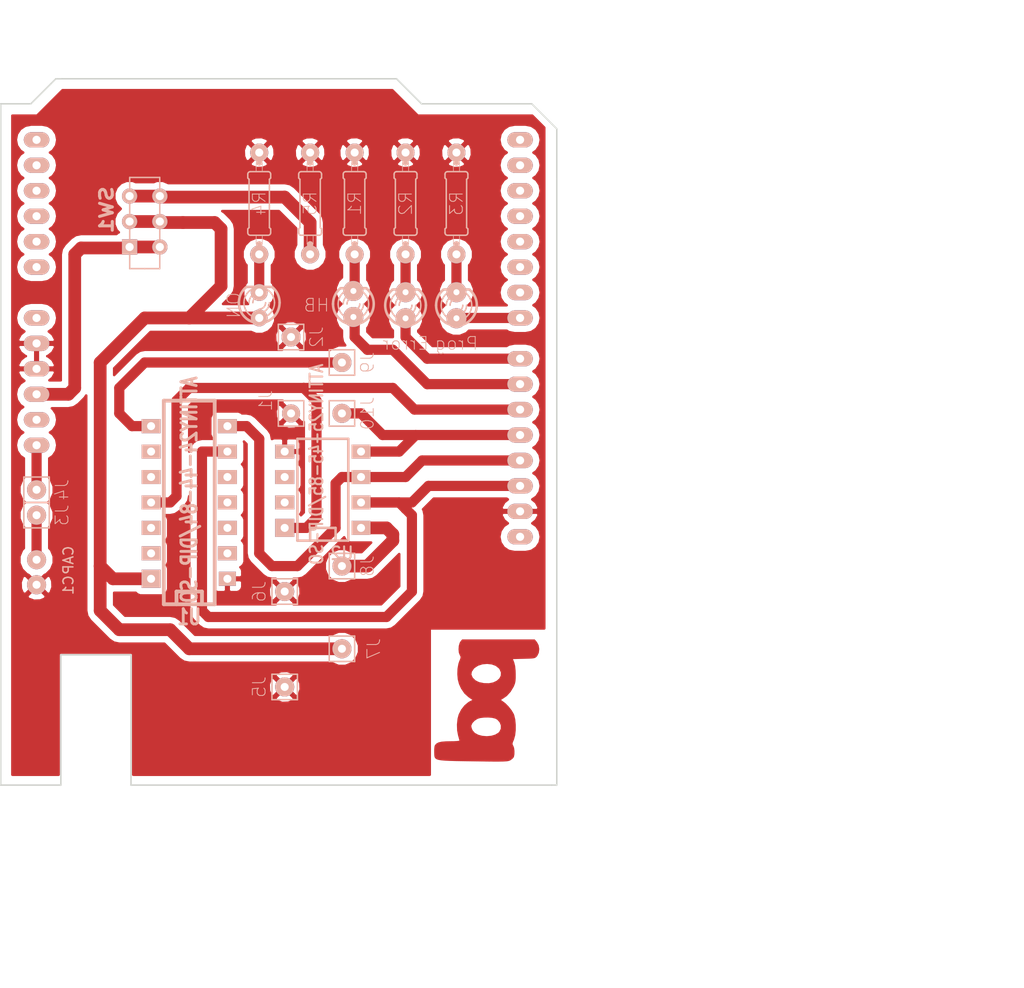
<source format=kicad_pcb>
(kicad_pcb (version 4) (host pcbnew "(2015-02-26 BZR 5453)-product")

  (general
    (links 43)
    (no_connects 4)
    (area 151.924999 55.424999 254.67945 147.8268)
    (thickness 1.6)
    (drawings 20)
    (tracks 100)
    (zones 0)
    (modules 25)
    (nets 18)
  )

  (page A3)
  (layers
    (0 F.Cu signal)
    (31 B.Cu signal)
    (32 B.Adhes user)
    (33 F.Adhes user)
    (34 B.Paste user)
    (35 F.Paste user)
    (36 B.SilkS user)
    (37 F.SilkS user)
    (38 B.Mask user)
    (39 F.Mask user)
    (40 Dwgs.User user)
    (41 Cmts.User user)
    (42 Eco1.User user)
    (43 Eco2.User user)
    (44 Edge.Cuts user)
  )

  (setup
    (last_trace_width 1.016)
    (trace_clearance 0.635)
    (zone_clearance 0.0254)
    (zone_45_only no)
    (trace_min 1.016)
    (segment_width 0.2)
    (edge_width 0.15)
    (via_size 0.889)
    (via_drill 0.635)
    (via_min_size 0.889)
    (via_min_drill 0.508)
    (uvia_size 0.508)
    (uvia_drill 0.127)
    (uvias_allowed no)
    (uvia_min_size 0.508)
    (uvia_min_drill 0.127)
    (pcb_text_width 0.3)
    (pcb_text_size 1 1)
    (mod_edge_width 0.15)
    (mod_text_size 1 1)
    (mod_text_width 0.15)
    (pad_size 1.524 1.524)
    (pad_drill 0.8128)
    (pad_to_mask_clearance 0)
    (aux_axis_origin 0 0)
    (visible_elements FFFFFFBF)
    (pcbplotparams
      (layerselection 0x00030_80000001)
      (usegerberextensions true)
      (excludeedgelayer true)
      (linewidth 0.150000)
      (plotframeref false)
      (viasonmask false)
      (mode 1)
      (useauxorigin false)
      (hpglpennumber 1)
      (hpglpenspeed 20)
      (hpglpendiameter 15)
      (hpglpenoverlay 2)
      (psnegative false)
      (psa4output false)
      (plotreference true)
      (plotvalue true)
      (plotinvisibletext false)
      (padsonsilk false)
      (subtractmaskfromsilk false)
      (outputformat 1)
      (mirror false)
      (drillshape 0)
      (scaleselection 1)
      (outputdirectory "/home/luis-diaz/Escritorio/pcbs/programador attiny/gerber/FLIP_V5/"))
  )

  (net 0 "")
  (net 1 N-000001)
  (net 2 N-0000010)
  (net 3 N-0000011)
  (net 4 N-0000012)
  (net 5 N-0000013)
  (net 6 N-0000014)
  (net 7 N-0000015)
  (net 8 N-0000016)
  (net 9 N-0000017)
  (net 10 N-000002)
  (net 11 N-000003)
  (net 12 N-000004)
  (net 13 N-000005)
  (net 14 N-000006)
  (net 15 N-000009)
  (net 16 gnd)
  (net 17 vcc)

  (net_class Default "This is the default net class."
    (clearance 0.635)
    (trace_width 1.016)
    (via_dia 0.889)
    (via_drill 0.635)
    (uvia_dia 0.508)
    (uvia_drill 0.127)
    (add_net N-000001)
    (add_net N-0000011)
    (add_net N-0000012)
    (add_net N-0000013)
    (add_net N-0000014)
    (add_net N-0000015)
    (add_net N-0000016)
    (add_net N-0000017)
    (add_net N-000002)
    (add_net N-000003)
    (add_net N-000004)
    (add_net N-000005)
    (add_net N-000009)
    (add_net gnd)
  )

  (net_class vcc ""
    (clearance 0.635)
    (trace_width 1.27)
    (via_dia 0.889)
    (via_drill 0.635)
    (uvia_dia 0.508)
    (uvia_drill 0.127)
    (add_net N-0000010)
    (add_net N-000006)
    (add_net vcc)
  )

  (module ARDUINO_SHIELD_2 (layer B.Cu) (tedit 54EDEADA) (tstamp 54E5A347)
    (at 153.035 125.095 90)
    (path /54CB3EE3)
    (fp_text reference "" (at 5.715 57.15 90) (layer B.SilkS)
      (effects (font (thickness 0.3048)) (justify mirror))
    )
    (fp_text value ARDUINO_SHIELD (at 10.16 54.61 90) (layer B.SilkS) hide
      (effects (font (thickness 0.3048)) (justify mirror))
    )
    (fp_line (start 0 44.45) (end 10.16 44.45) (layer Dwgs.User) (width 0.381))
    (fp_line (start 10.16 44.45) (end 10.16 31.75) (layer Dwgs.User) (width 0.381))
    (fp_line (start 10.16 31.75) (end 0 31.75) (layer Dwgs.User) (width 0.381))
    (fp_line (start 12.7 4.318) (end 0 4.318) (layer Dwgs.User) (width 0.381))
    (fp_line (start 0 12.7) (end 12.7 12.7) (layer Dwgs.User) (width 0.381))
    (fp_line (start 12.7 12.7) (end 12.7 4.572) (layer Dwgs.User) (width 0.381))
    (fp_circle (center 13.97 2.54) (end 16.002 1.524) (layer Dwgs.User) (width 0.381))
    (fp_circle (center 15.24 50.8) (end 16.764 49.276) (layer Dwgs.User) (width 0.381))
    (fp_circle (center 66.04 7.62) (end 67.31 6.096) (layer Dwgs.User) (width 0.381))
    (fp_circle (center 66.04 35.56) (end 67.31 34.036) (layer Dwgs.User) (width 0.381))
    (fp_line (start 66.04 40.64) (end 66.04 52.07) (layer Dwgs.User) (width 0.381))
    (fp_line (start 66.04 52.07) (end 64.77 53.34) (layer Dwgs.User) (width 0.381))
    (fp_line (start 64.77 53.34) (end 0 53.34) (layer Dwgs.User) (width 0.381))
    (fp_line (start 66.04 0) (end 0 0) (layer Dwgs.User) (width 0.381))
    (fp_line (start 0 0) (end 0 53.34) (layer Dwgs.User) (width 0.381))
    (fp_line (start 66.04 40.64) (end 68.58 38.1) (layer Dwgs.User) (width 0.381))
    (fp_line (start 68.58 38.1) (end 68.58 5.08) (layer Dwgs.User) (width 0.381))
    (fp_line (start 68.58 5.08) (end 66.04 2.54) (layer Dwgs.User) (width 0.381))
    (fp_line (start 66.04 2.54) (end 66.04 0) (layer Dwgs.User) (width 0.381))
    (pad AD5 thru_hole oval (at 63.5 2.54) (size 2.54 1.524) (drill 0.8128) (layers *.Cu *.Mask B.SilkS))
    (pad AD4 thru_hole oval (at 60.96 2.54) (size 2.54 1.524) (drill 0.8128) (layers *.Cu *.Mask B.SilkS))
    (pad AD3 thru_hole oval (at 58.42 2.54) (size 2.54 1.524) (drill 0.8128) (layers *.Cu *.Mask B.SilkS))
    (pad AD0 thru_hole oval (at 50.8 2.54) (size 2.54 1.524) (drill 0.8128) (layers *.Cu *.Mask B.SilkS))
    (pad AD1 thru_hole oval (at 53.34 2.54) (size 2.54 1.524) (drill 0.8128) (layers *.Cu *.Mask B.SilkS))
    (pad AD2 thru_hole oval (at 55.88 2.54) (size 2.54 1.524) (drill 0.8128) (layers *.Cu *.Mask B.SilkS))
    (pad V_IN thru_hole oval (at 45.72 2.54) (size 2.54 1.524) (drill 0.8128) (layers *.Cu *.Mask B.SilkS))
    (pad GND2 thru_hole oval (at 43.18 2.54) (size 2.54 1.524) (drill 0.8128) (layers *.Cu *.Mask B.SilkS)
      (net 16 gnd))
    (pad GND1 thru_hole oval (at 40.64 2.54) (size 2.54 1.524) (drill 0.8128) (layers *.Cu *.Mask B.SilkS)
      (net 16 gnd))
    (pad 3V3 thru_hole oval (at 35.56 2.54) (size 2.54 1.524) (drill 0.8128) (layers *.Cu *.Mask B.SilkS))
    (pad RST thru_hole oval (at 33.02 2.54) (size 2.54 1.524) (drill 0.8128) (layers *.Cu *.Mask B.SilkS)
      (net 3 N-0000011))
    (pad 0 thru_hole oval (at 63.5 50.8) (size 2.54 1.524) (drill 0.8128) (layers *.Cu *.Mask B.SilkS))
    (pad 1 thru_hole oval (at 60.96 50.8) (size 2.54 1.524) (drill 0.8128) (layers *.Cu *.Mask B.SilkS))
    (pad 2 thru_hole oval (at 58.42 50.8) (size 2.54 1.524) (drill 0.8128) (layers *.Cu *.Mask B.SilkS))
    (pad 3 thru_hole oval (at 55.88 50.8) (size 2.54 1.524) (drill 0.8128) (layers *.Cu *.Mask B.SilkS))
    (pad 4 thru_hole oval (at 53.34 50.8) (size 2.54 1.524) (drill 0.8128) (layers *.Cu *.Mask B.SilkS))
    (pad 5 thru_hole oval (at 50.8 50.8) (size 2.54 1.524) (drill 0.8128) (layers *.Cu *.Mask B.SilkS))
    (pad 6 thru_hole oval (at 48.26 50.8) (size 2.54 1.524) (drill 0.8128) (layers *.Cu *.Mask B.SilkS))
    (pad 7 thru_hole oval (at 45.72 50.8) (size 2.54 1.524) (drill 0.8128) (layers *.Cu *.Mask B.SilkS)
      (net 11 N-000003))
    (pad 8 thru_hole oval (at 41.656 50.8) (size 2.54 1.524) (drill 0.8128) (layers *.Cu *.Mask B.SilkS)
      (net 10 N-000002))
    (pad 9 thru_hole oval (at 39.116 50.8) (size 2.54 1.524) (drill 0.8128) (layers *.Cu *.Mask B.SilkS)
      (net 1 N-000001))
    (pad 10 thru_hole oval (at 36.576 50.8) (size 2.54 1.524) (drill 0.8128) (layers *.Cu *.Mask B.SilkS)
      (net 9 N-0000017))
    (pad 11 thru_hole oval (at 34.036 50.8) (size 2.54 1.524) (drill 0.8128) (layers *.Cu *.Mask B.SilkS)
      (net 13 N-000005))
    (pad 12 thru_hole oval (at 31.496 50.8) (size 2.54 1.524) (drill 0.8128) (layers *.Cu *.Mask B.SilkS)
      (net 12 N-000004))
    (pad 13 thru_hole oval (at 28.956 50.8) (size 2.54 1.524) (drill 0.8128) (layers *.Cu *.Mask B.SilkS)
      (net 4 N-0000012))
    (pad GND3 thru_hole oval (at 26.416 50.8) (size 2.54 1.524) (drill 0.8128) (layers *.Cu *.Mask B.SilkS)
      (net 16 gnd))
    (pad AREF thru_hole oval (at 23.876 50.8) (size 2.54 1.524) (drill 0.8128) (layers *.Cu *.Mask B.SilkS))
    (pad 5V thru_hole oval (at 38.1 2.54) (size 2.54 1.524) (drill 0.8128) (layers *.Cu *.Mask B.SilkS)
      (net 2 N-0000010))
  )

  (module swdip3 (layer B.Cu) (tedit 54EC5342) (tstamp 54E5A270)
    (at 166.37 69.85 90)
    (descr "Switch Dil 3 elements")
    (tags "SWITCH DEV")
    (path /54E4C2B0)
    (fp_text reference SW1 (at 1.27 -3.81 90) (layer B.SilkS)
      (effects (font (size 1.27 1.524) (thickness 0.3048)) (justify mirror))
    )
    (fp_text value SWITCH (at 0 6.35 90) (layer B.SilkS) hide
      (effects (font (size 1.27 1.524) (thickness 0.3048)) (justify mirror))
    )
    (fp_line (start -4.6 0) (end -4.6 -1.5) (layer B.SilkS) (width 0.15))
    (fp_line (start -4.6 -1.5) (end 4.4 -1.5) (layer B.SilkS) (width 0.15))
    (fp_line (start 4.4 -1.5) (end 4.5 -1.5) (layer B.SilkS) (width 0.15))
    (fp_line (start 4.5 -1.5) (end 4.5 1.5) (layer B.SilkS) (width 0.15))
    (fp_line (start 4.5 1.5) (end -4.6 1.5) (layer B.SilkS) (width 0.15))
    (fp_line (start -4.6 0) (end -4.6 1.5) (layer B.SilkS) (width 0.15))
    (pad 1 thru_hole rect (at -2.44 -1.51 90) (size 1.524 1.524) (drill 0.8128) (layers *.Cu *.Mask B.SilkS)
      (net 2 N-0000010))
    (pad 2 thru_hole circle (at 0.1 -1.51 90) (size 1.524 1.524) (drill 0.8128) (layers *.Cu *.Mask B.SilkS)
      (net 17 vcc))
    (pad 3 thru_hole circle (at 2.64 -1.51 90) (size 1.524 1.524) (drill 0.8128) (layers *.Cu *.Mask B.SilkS)
      (net 14 N-000006))
    (pad 5 thru_hole circle (at 2.64 1.51 90) (size 1.524 1.524) (drill 0.8128) (layers *.Cu *.Mask B.SilkS)
      (net 14 N-000006))
    (pad 4 thru_hole circle (at 0.1 1.51 90) (size 1.524 1.524) (drill 0.8128) (layers *.Cu *.Mask B.SilkS)
      (net 17 vcc))
    (pad 6 thru_hole circle (at -2.44 1.51 90) (size 1.524 1.524) (drill 0.8128) (layers *.Cu *.Mask B.SilkS)
      (net 2 N-0000010))
  )

  (module LOGO (layer F.Cu) (tedit 54E5A8EB) (tstamp 54E5AA34)
    (at 200.66 117.475 270)
    (fp_text reference "" (at 0 -5.08 270) (layer F.SilkS)
      (effects (font (thickness 0.15)))
    )
    (fp_text value "" (at 12.7 0 270) (layer F.SilkS)
      (effects (font (thickness 0.15)))
    )
    (fp_poly (pts (xy 6.17982 -0.54356) (xy 6.17474 0.04572) (xy 6.16458 0.7747) (xy 6.15442 1.52146)
      (xy 6.14172 2.42824) (xy 6.12902 3.18008) (xy 6.11378 3.79222) (xy 6.09092 4.27736)
      (xy 6.06044 4.65328) (xy 6.01726 4.93268) (xy 5.95884 5.12826) (xy 5.8801 5.2578)
      (xy 5.77596 5.33654) (xy 5.64896 5.37464) (xy 5.48894 5.38988) (xy 5.2959 5.39496)
      (xy 5.24002 5.3975) (xy 4.93268 5.39496) (xy 4.67868 5.36702) (xy 4.54914 5.32892)
      (xy 4.3815 5.18414) (xy 4.26466 4.96824) (xy 4.191 4.65074) (xy 4.15544 4.21132)
      (xy 4.14782 3.81508) (xy 4.14274 3.43916) (xy 4.1275 3.1369) (xy 4.10718 2.93878)
      (xy 4.08432 2.88036) (xy 3.97256 2.90322) (xy 3.75666 2.96164) (xy 3.64236 2.99466)
      (xy 3.64236 0.14478) (xy 3.60172 -0.29972) (xy 3.48234 -0.70104) (xy 3.28168 -1.02362)
      (xy 3.19786 -1.10236) (xy 2.90576 -1.24714) (xy 2.58064 -1.25476) (xy 2.26822 -1.13538)
      (xy 2.00914 -0.90678) (xy 1.8923 -0.70358) (xy 1.8161 -0.40132) (xy 1.78054 -0.00508)
      (xy 1.78816 0.4191) (xy 1.83642 0.80518) (xy 1.91516 1.06934) (xy 2.10312 1.35636)
      (xy 2.33934 1.57734) (xy 2.5781 1.68656) (xy 2.63906 1.69418) (xy 2.82702 1.65608)
      (xy 3.05308 1.56464) (xy 3.05816 1.5621) (xy 3.31216 1.34112) (xy 3.49758 1.00584)
      (xy 3.6068 0.59436) (xy 3.64236 0.14478) (xy 3.64236 2.99466) (xy 3.6068 3.00736)
      (xy 3.06832 3.1115) (xy 2.46888 3.12928) (xy 1.88468 3.06578) (xy 1.4732 2.95402)
      (xy 0.9906 2.71018) (xy 0.56388 2.37744) (xy 0.24638 1.99644) (xy 0.17526 1.87706)
      (xy 0.0254 1.58242) (xy -0.23368 1.96088) (xy -0.60452 2.37744) (xy -1.09728 2.71526)
      (xy -1.56718 2.92862) (xy -1.64338 2.9464) (xy -1.64338 -0.07112) (xy -1.72974 -0.50038)
      (xy -1.89738 -0.8509) (xy -2.12598 -1.1049) (xy -2.40284 -1.24714) (xy -2.70764 -1.26238)
      (xy -3.02514 -1.12776) (xy -3.1242 -1.05156) (xy -3.36804 -0.74422) (xy -3.51536 -0.3429)
      (xy -3.56616 0.11176) (xy -3.52552 0.57658) (xy -3.3909 1.00584) (xy -3.1623 1.35636)
      (xy -3.0861 1.43256) (xy -2.78638 1.63576) (xy -2.51206 1.67894) (xy -2.23774 1.56718)
      (xy -2.16916 1.51638) (xy -1.92024 1.2573) (xy -1.75514 0.91948) (xy -1.65862 0.45974)
      (xy -1.65354 0.4191) (xy -1.64338 -0.07112) (xy -1.64338 2.9464) (xy -2.02184 3.04546)
      (xy -2.5527 3.09118) (xy -3.0988 3.07086) (xy -3.59156 2.98196) (xy -3.84048 2.8956)
      (xy -4.0894 2.79146) (xy -4.24434 2.76098) (xy -4.36372 2.794) (xy -4.42976 2.83718)
      (xy -4.68376 2.93624) (xy -5.02158 2.96926) (xy -5.37718 2.94132) (xy -5.67944 2.85242)
      (xy -5.78866 2.78892) (xy -6.01218 2.61366) (xy -6.01218 -1.01346) (xy -6.01218 -4.64058)
      (xy -5.75056 -4.86156) (xy -5.43306 -5.03174) (xy -5.05206 -5.0927) (xy -4.67614 -5.04698)
      (xy -4.35864 -4.8895) (xy -4.3434 -4.87426) (xy -4.24688 -4.78536) (xy -4.18084 -4.69392)
      (xy -4.13766 -4.56692) (xy -4.10972 -4.37388) (xy -4.09448 -4.07924) (xy -4.08178 -3.65252)
      (xy -4.07924 -3.5687) (xy -4.0513 -2.46634) (xy -3.69824 -2.60096) (xy -3.36296 -2.68478)
      (xy -2.89052 -2.73304) (xy -2.54 -2.7432) (xy -2.1336 -2.74066) (xy -1.8415 -2.7178)
      (xy -1.60528 -2.667) (xy -1.3716 -2.57556) (xy -1.27 -2.52984) (xy -0.77216 -2.22758)
      (xy -0.36322 -1.8542) (xy -0.10922 -1.48844) (xy -0.01524 -1.3208) (xy 0.04572 -1.29286)
      (xy 0.11176 -1.38684) (xy 0.11684 -1.397) (xy 0.34544 -1.70688) (xy 0.67056 -2.02946)
      (xy 1.0414 -2.32156) (xy 1.40208 -2.53746) (xy 1.53162 -2.5908) (xy 1.98374 -2.69748)
      (xy 2.51206 -2.74828) (xy 3.05562 -2.74574) (xy 3.56108 -2.68732) (xy 3.97002 -2.57302)
      (xy 4.00812 -2.55778) (xy 4.25704 -2.45364) (xy 4.41198 -2.42062) (xy 4.53136 -2.45618)
      (xy 4.59994 -2.49936) (xy 4.8133 -2.5781) (xy 5.1181 -2.61874) (xy 5.43814 -2.61366)
      (xy 5.7023 -2.56286) (xy 5.76072 -2.53746) (xy 5.91058 -2.40284) (xy 6.05536 -2.1971)
      (xy 6.06552 -2.17678) (xy 6.10108 -2.0955) (xy 6.12902 -1.99136) (xy 6.15188 -1.84658)
      (xy 6.16712 -1.64592) (xy 6.17728 -1.37414) (xy 6.17982 -1.01092) (xy 6.17982 -0.54356)
      (xy 6.17982 -0.54356)) (layer F.Cu) (width 0.00254))
  )

  (module LED-3MM (layer B.Cu) (tedit 54EDEABE) (tstamp 54E5A2D4)
    (at 177.8 78.105 90)
    (descr "LED 3mm - Lead pitch 100mil (2,54mm)")
    (tags "LED led 3mm 3MM 100mil 2,54mm")
    (path /54E4C514)
    (fp_text reference "" (at -3.81 32.385 90) (layer B.SilkS)
      (effects (font (size 0.762 0.762) (thickness 0.0889)) (justify mirror))
    )
    (fp_text value ON (at 0 -2.54 90) (layer B.SilkS)
      (effects (font (size 1.27 1.27) (thickness 0.0889)) (justify mirror))
    )
    (fp_line (start 1.8288 -1.27) (end 1.8288 1.27) (layer B.SilkS) (width 0.254))
    (fp_arc (start 0.254 0) (end -1.27 0) (angle -39.8) (layer B.SilkS) (width 0.1524))
    (fp_arc (start 0.254 0) (end -0.88392 -1.01092) (angle -41.6) (layer B.SilkS) (width 0.1524))
    (fp_arc (start 0.254 0) (end 1.4097 0.9906) (angle -40.6) (layer B.SilkS) (width 0.1524))
    (fp_arc (start 0.254 0) (end 1.778 0) (angle -39.8) (layer B.SilkS) (width 0.1524))
    (fp_arc (start 0.254 0) (end 0.254 1.524) (angle -54.4) (layer B.SilkS) (width 0.1524))
    (fp_arc (start 0.254 0) (end -0.9652 0.9144) (angle -53.1) (layer B.SilkS) (width 0.1524))
    (fp_arc (start 0.254 0) (end 1.45542 -0.93472) (angle -52.1) (layer B.SilkS) (width 0.1524))
    (fp_arc (start 0.254 0) (end 0.254 -1.524) (angle -52.1) (layer B.SilkS) (width 0.1524))
    (fp_arc (start 0.254 0) (end -0.381 0) (angle -90) (layer B.SilkS) (width 0.1524))
    (fp_arc (start 0.254 0) (end -0.762 0) (angle -90) (layer B.SilkS) (width 0.1524))
    (fp_arc (start 0.254 0) (end 0.889 0) (angle -90) (layer B.SilkS) (width 0.1524))
    (fp_arc (start 0.254 0) (end 1.27 0) (angle -90) (layer B.SilkS) (width 0.1524))
    (fp_arc (start 0.254 0) (end 0.254 2.032) (angle -50.1) (layer B.SilkS) (width 0.254))
    (fp_arc (start 0.254 0) (end -1.5367 0.95504) (angle -61.9) (layer B.SilkS) (width 0.254))
    (fp_arc (start 0.254 0) (end 1.8034 -1.31064) (angle -49.7) (layer B.SilkS) (width 0.254))
    (fp_arc (start 0.254 0) (end 0.254 -2.032) (angle -60.2) (layer B.SilkS) (width 0.254))
    (fp_arc (start 0.254 0) (end -1.778 0) (angle -28.3) (layer B.SilkS) (width 0.254))
    (fp_arc (start 0.254 0) (end -1.47574 -1.06426) (angle -31.6) (layer B.SilkS) (width 0.254))
    (pad A thru_hole circle (at -1.27 0 90) (size 1.6764 1.6764) (drill 0.8128) (layers *.Cu *.Mask B.SilkS)
      (net 17 vcc))
    (pad K thru_hole circle (at 1.27 0 90) (size 1.6764 1.6764) (drill 0.8128) (layers *.Cu *.Mask B.SilkS)
      (net 15 N-000009))
    (model discret/leds/led3_vertical_verde.wrl
      (at (xyz 0 0 0))
      (scale (xyz 1 1 1))
      (rotate (xyz 0 0 0))
    )
  )

  (module dp_devices-M1X1 (layer B.Cu) (tedit 54EDEAAD) (tstamp 54E1B756)
    (at 186.055 88.9 270)
    (path /54E1B68D)
    (attr virtual)
    (fp_text reference J10 (at 0 -2.54 270) (layer B.SilkS)
      (effects (font (size 1.27 1.27) (thickness 0.0889)) (justify mirror))
    )
    (fp_text value "" (at 6.35 -32.385 270) (layer B.SilkS)
      (effects (font (thickness 0.15)) (justify mirror))
    )
    (fp_line (start -1.27 1.27) (end 1.27 1.27) (layer B.SilkS) (width 0.1524))
    (fp_line (start 1.27 1.27) (end 1.27 -1.27) (layer B.SilkS) (width 0.1524))
    (fp_line (start 1.27 -1.27) (end -1.27 -1.27) (layer B.SilkS) (width 0.1524))
    (fp_line (start -1.27 -1.27) (end -1.27 1.27) (layer B.SilkS) (width 0.1524))
    (pad 1 thru_hole circle (at 0 0 270) (size 1.9 1.9) (drill 0.8) (layers *.Cu B.Paste B.SilkS B.Mask)
      (net 13 N-000005))
  )

  (module dp_devices-M1X1 (layer B.Cu) (tedit 54EDEAD2) (tstamp 54E1B680)
    (at 186.055 104.14 270)
    (path /54E1B550)
    (attr virtual)
    (fp_text reference J8 (at 0 -2.54 270) (layer B.SilkS)
      (effects (font (size 1.27 1.27) (thickness 0.0889)) (justify mirror))
    )
    (fp_text value "" (at 23.495 -44.45 270) (layer B.SilkS)
      (effects (font (thickness 0.15)) (justify mirror))
    )
    (fp_line (start -1.27 1.27) (end 1.27 1.27) (layer B.SilkS) (width 0.1524))
    (fp_line (start 1.27 1.27) (end 1.27 -1.27) (layer B.SilkS) (width 0.1524))
    (fp_line (start 1.27 -1.27) (end -1.27 -1.27) (layer B.SilkS) (width 0.1524))
    (fp_line (start -1.27 -1.27) (end -1.27 1.27) (layer B.SilkS) (width 0.1524))
    (pad 1 thru_hole circle (at 0 0 270) (size 1.9 1.9) (drill 0.8) (layers *.Cu B.Paste B.SilkS B.Mask)
      (net 17 vcc))
  )

  (module dp_devices-M1X1 (layer B.Cu) (tedit 54EDEAD6) (tstamp 54E1B689)
    (at 186.055 112.395 270)
    (path /54E1B557)
    (attr virtual)
    (fp_text reference J7 (at 0 -3.175 270) (layer B.SilkS)
      (effects (font (size 1.27 1.27) (thickness 0.0889)) (justify mirror))
    )
    (fp_text value "" (at 30.48 -38.1 270) (layer B.SilkS)
      (effects (font (thickness 0.15)) (justify mirror))
    )
    (fp_line (start -1.27 1.27) (end 1.27 1.27) (layer B.SilkS) (width 0.1524))
    (fp_line (start 1.27 1.27) (end 1.27 -1.27) (layer B.SilkS) (width 0.1524))
    (fp_line (start 1.27 -1.27) (end -1.27 -1.27) (layer B.SilkS) (width 0.1524))
    (fp_line (start -1.27 -1.27) (end -1.27 1.27) (layer B.SilkS) (width 0.1524))
    (pad 1 thru_hole circle (at 0 0 270) (size 1.9 1.9) (drill 0.8) (layers *.Cu B.Paste B.SilkS B.Mask)
      (net 17 vcc))
  )

  (module dp_devices-M1X1 (layer B.Cu) (tedit 54EDEAD8) (tstamp 54E1B677)
    (at 180.34 116.205 270)
    (path /54E1B547)
    (attr virtual)
    (fp_text reference J5 (at 0 2.54 270) (layer B.SilkS)
      (effects (font (size 1.27 1.27) (thickness 0.0889)) (justify mirror))
    )
    (fp_text value "" (at 29.845 -50.165 270) (layer B.SilkS)
      (effects (font (thickness 0.15)) (justify mirror))
    )
    (fp_line (start -1.27 1.27) (end 1.27 1.27) (layer B.SilkS) (width 0.1524))
    (fp_line (start 1.27 1.27) (end 1.27 -1.27) (layer B.SilkS) (width 0.1524))
    (fp_line (start 1.27 -1.27) (end -1.27 -1.27) (layer B.SilkS) (width 0.1524))
    (fp_line (start -1.27 -1.27) (end -1.27 1.27) (layer B.SilkS) (width 0.1524))
    (pad 1 thru_hole circle (at 0 0 270) (size 1.9 1.9) (drill 0.8) (layers *.Cu B.Paste B.SilkS B.Mask)
      (net 16 gnd))
  )

  (module DIP-14__300 (layer B.Cu) (tedit 54E1E2FA) (tstamp 54DB3CC5)
    (at 170.815 97.79 90)
    (descr "14 pins DIL package, round pads")
    (tags DIL)
    (path /54CB94AC)
    (fp_text reference U1 (at -11.43 0 180) (layer B.SilkS)
      (effects (font (size 1.524 1.143) (thickness 0.3048)) (justify mirror))
    )
    (fp_text value ATTINY24-44-84/DIP-SO (at 1.27 0 90) (layer B.SilkS)
      (effects (font (size 1.524 1.143) (thickness 0.3048)) (justify mirror))
    )
    (fp_line (start -10.16 2.54) (end 10.16 2.54) (layer B.SilkS) (width 0.381))
    (fp_line (start 10.16 -2.54) (end -10.16 -2.54) (layer B.SilkS) (width 0.381))
    (fp_line (start -10.16 -2.54) (end -10.16 2.54) (layer B.SilkS) (width 0.381))
    (fp_line (start -10.16 1.27) (end -8.89 1.27) (layer B.SilkS) (width 0.381))
    (fp_line (start -8.89 1.27) (end -8.89 -1.27) (layer B.SilkS) (width 0.381))
    (fp_line (start -8.89 -1.27) (end -10.16 -1.27) (layer B.SilkS) (width 0.381))
    (fp_line (start 10.16 2.54) (end 10.16 -2.54) (layer B.SilkS) (width 0.381))
    (pad 1 thru_hole rect (at -7.62 -3.81 90) (size 1.8 1.9) (drill 0.8) (layers *.Cu *.Mask B.SilkS)
      (net 17 vcc))
    (pad 2 thru_hole rect (at -5.08 -3.81 90) (size 1.4 1.9) (drill 0.8) (layers *.Cu *.Mask B.SilkS))
    (pad 3 thru_hole rect (at -2.54 -3.81 90) (size 1.4 1.9) (drill 0.8) (layers *.Cu *.Mask B.SilkS))
    (pad 4 thru_hole rect (at 0 -3.81 90) (size 1.4 1.9) (drill 0.8) (layers *.Cu *.Mask B.SilkS)
      (net 9 N-0000017))
    (pad 5 thru_hole rect (at 2.54 -3.81 90) (size 1.4 1.9) (drill 0.8) (layers *.Cu *.Mask B.SilkS))
    (pad 6 thru_hole rect (at 5.08 -3.81 90) (size 1.4 1.9) (drill 0.8) (layers *.Cu *.Mask B.SilkS))
    (pad 7 thru_hole rect (at 7.62 -3.81 90) (size 1.4 1.9) (drill 0.8) (layers *.Cu *.Mask B.SilkS)
      (net 13 N-000005))
    (pad 8 thru_hole rect (at 7.62 3.81 90) (size 1.4 1.9) (drill 0.8) (layers *.Cu *.Mask B.SilkS)
      (net 12 N-000004))
    (pad 9 thru_hole rect (at 5.08 3.81 90) (size 1.4 1.9) (drill 0.8) (layers *.Cu *.Mask B.SilkS)
      (net 4 N-0000012))
    (pad 10 thru_hole rect (at 2.54 3.81 90) (size 1.4 1.9) (drill 0.8) (layers *.Cu *.Mask B.SilkS))
    (pad 11 thru_hole rect (at 0 3.81 90) (size 1.4 1.9) (drill 0.8) (layers *.Cu *.Mask B.SilkS))
    (pad 12 thru_hole rect (at -2.54 3.81 90) (size 1.4 1.9) (drill 0.8) (layers *.Cu *.Mask B.SilkS))
    (pad 13 thru_hole rect (at -5.08 3.81 90) (size 1.4 1.9) (drill 0.8) (layers *.Cu *.Mask B.SilkS))
    (pad 14 thru_hole rect (at -7.62 3.81 90) (size 1.4 1.7) (drill 0.8) (layers *.Cu *.Mask B.SilkS)
      (net 16 gnd))
    (model dil/dil_14.wrl
      (at (xyz 0 0 0))
      (scale (xyz 1 1 1))
      (rotate (xyz 0 0 0))
    )
  )

  (module dp_devices-M1X1 (layer B.Cu) (tedit 54EDEAB1) (tstamp 54DB3C87)
    (at 180.975 88.9 270)
    (path /54CB811C)
    (attr virtual)
    (fp_text reference J1 (at -1.27 2.54 270) (layer B.SilkS)
      (effects (font (size 1.27 1.27) (thickness 0.0889)) (justify mirror))
    )
    (fp_text value "" (at 6.985 -33.02 270) (layer B.SilkS)
      (effects (font (thickness 0.15)) (justify mirror))
    )
    (fp_line (start -1.27 1.27) (end 1.27 1.27) (layer B.SilkS) (width 0.1524))
    (fp_line (start 1.27 1.27) (end 1.27 -1.27) (layer B.SilkS) (width 0.1524))
    (fp_line (start 1.27 -1.27) (end -1.27 -1.27) (layer B.SilkS) (width 0.1524))
    (fp_line (start -1.27 -1.27) (end -1.27 1.27) (layer B.SilkS) (width 0.1524))
    (pad 1 thru_hole circle (at 0 0 270) (size 1.8 1.8) (drill 0.8) (layers *.Cu B.Paste B.SilkS B.Mask)
      (net 16 gnd))
  )

  (module dp_devices-M1X1 (layer B.Cu) (tedit 54EDEAAF) (tstamp 54DB3C7E)
    (at 180.975 81.28 270)
    (path /54CB80BA)
    (attr virtual)
    (fp_text reference J2 (at 0 -2.54 270) (layer B.SilkS)
      (effects (font (size 1.27 1.27) (thickness 0.0889)) (justify mirror))
    )
    (fp_text value "" (at -1.27 -35.56 270) (layer B.SilkS)
      (effects (font (thickness 0.15)) (justify mirror))
    )
    (fp_line (start -1.27 1.27) (end 1.27 1.27) (layer B.SilkS) (width 0.1524))
    (fp_line (start 1.27 1.27) (end 1.27 -1.27) (layer B.SilkS) (width 0.1524))
    (fp_line (start 1.27 -1.27) (end -1.27 -1.27) (layer B.SilkS) (width 0.1524))
    (fp_line (start -1.27 -1.27) (end -1.27 1.27) (layer B.SilkS) (width 0.1524))
    (pad 1 thru_hole circle (at 0 0 270) (size 1.9 1.9) (drill 0.8) (layers *.Cu B.Paste B.SilkS B.Mask)
      (net 16 gnd))
  )

  (module Cap_troughHole (layer B.Cu) (tedit 54E203D7) (tstamp 54DB4308)
    (at 155.575 103.505 270)
    (path /54DB4363)
    (fp_text reference C1 (at 2.54 -3.175 270) (layer B.SilkS)
      (effects (font (size 1 1) (thickness 0.15)) (justify mirror))
    )
    (fp_text value CAP (at 0.05 -3.175 270) (layer B.SilkS)
      (effects (font (size 1 1) (thickness 0.15)) (justify mirror))
    )
    (pad 1 thru_hole circle (at 0 0 270) (size 1.9 1.9) (drill 0.8) (layers *.Cu *.Mask B.SilkS)
      (net 5 N-0000013))
    (pad 2 thru_hole circle (at 2.5 0 270) (size 1.9 1.9) (drill 0.8) (layers *.Cu *.Mask B.SilkS)
      (net 16 gnd))
  )

  (module dp_devices-M1X1 (layer B.Cu) (tedit 54EDEADF) (tstamp 54DB3DA7)
    (at 155.575 99.06 90)
    (path /54DB3D80)
    (attr virtual)
    (fp_text reference J3 (at 0 2.54 90) (layer B.SilkS)
      (effects (font (size 1.27 1.27) (thickness 0.0889)) (justify mirror))
    )
    (fp_text value "" (at 15.875 66.04 90) (layer B.SilkS)
      (effects (font (thickness 0.15)) (justify mirror))
    )
    (fp_line (start -1.27 1.27) (end 1.27 1.27) (layer B.SilkS) (width 0.1524))
    (fp_line (start 1.27 1.27) (end 1.27 -1.27) (layer B.SilkS) (width 0.1524))
    (fp_line (start 1.27 -1.27) (end -1.27 -1.27) (layer B.SilkS) (width 0.1524))
    (fp_line (start -1.27 -1.27) (end -1.27 1.27) (layer B.SilkS) (width 0.1524))
    (pad 1 thru_hole circle (at 0 0 90) (size 1.9 1.9) (drill 0.8) (layers *.Cu B.Paste B.SilkS B.Mask)
      (net 5 N-0000013))
  )

  (module dp_devices-M1X1 (layer B.Cu) (tedit 54EDEAC3) (tstamp 54DB3DB0)
    (at 155.575 96.52 90)
    (path /54DB3D86)
    (attr virtual)
    (fp_text reference J4 (at 0 2.54 90) (layer B.SilkS)
      (effects (font (size 1.27 1.27) (thickness 0.0889)) (justify mirror))
    )
    (fp_text value "" (at 13.335 68.58 90) (layer B.SilkS)
      (effects (font (thickness 0.15)) (justify mirror))
    )
    (fp_line (start -1.27 1.27) (end 1.27 1.27) (layer B.SilkS) (width 0.1524))
    (fp_line (start 1.27 1.27) (end 1.27 -1.27) (layer B.SilkS) (width 0.1524))
    (fp_line (start 1.27 -1.27) (end -1.27 -1.27) (layer B.SilkS) (width 0.1524))
    (fp_line (start -1.27 -1.27) (end -1.27 1.27) (layer B.SilkS) (width 0.1524))
    (pad 1 thru_hole circle (at 0 0 90) (size 1.9 1.9) (drill 0.8) (layers *.Cu B.Paste B.SilkS B.Mask)
      (net 3 N-0000011))
  )

  (module DIP-8__300 (layer B.Cu) (tedit 54E1E1BF) (tstamp 54DB3C40)
    (at 184.15 96.52 90)
    (descr "8 pins DIL package, round pads")
    (tags DIL)
    (path /54CB3D03)
    (fp_text reference U2 (at -6.35 1.905 360) (layer B.SilkS)
      (effects (font (size 1.27 1.143) (thickness 0.2032)) (justify mirror))
    )
    (fp_text value ATTINY25-45-85/DIP-SO (at 2.54 -0.635 90) (layer B.SilkS)
      (effects (font (size 1.27 1.016) (thickness 0.2032)) (justify mirror))
    )
    (fp_line (start -5.08 1.27) (end -3.81 1.27) (layer B.SilkS) (width 0.254))
    (fp_line (start -3.81 1.27) (end -3.81 -1.27) (layer B.SilkS) (width 0.254))
    (fp_line (start -3.81 -1.27) (end -5.08 -1.27) (layer B.SilkS) (width 0.254))
    (fp_line (start -5.08 2.54) (end 5.08 2.54) (layer B.SilkS) (width 0.254))
    (fp_line (start 5.08 2.54) (end 5.08 -2.54) (layer B.SilkS) (width 0.254))
    (fp_line (start 5.08 -2.54) (end -5.08 -2.54) (layer B.SilkS) (width 0.254))
    (fp_line (start -5.08 -2.54) (end -5.08 2.54) (layer B.SilkS) (width 0.254))
    (pad 1 thru_hole rect (at -3.81 -3.81 90) (size 1.8 1.9) (drill 0.8) (layers *.Cu *.Mask B.SilkS)
      (net 9 N-0000017))
    (pad 2 thru_hole rect (at -1.27 -3.81 90) (size 1.4 1.9) (drill 0.8) (layers *.Cu *.Mask B.SilkS))
    (pad 3 thru_hole rect (at 1.27 -3.81 90) (size 1.4 1.9) (drill 0.8) (layers *.Cu *.Mask B.SilkS))
    (pad 4 thru_hole rect (at 3.81 -3.81 90) (size 1.4 1.9) (drill 0.8) (layers *.Cu *.Mask B.SilkS)
      (net 16 gnd))
    (pad 5 thru_hole rect (at 3.81 3.81 90) (size 1.4 1.9) (drill 0.8) (layers *.Cu *.Mask B.SilkS)
      (net 13 N-000005))
    (pad 6 thru_hole rect (at 1.27 3.81 90) (size 1.4 1.9) (drill 0.8) (layers *.Cu *.Mask B.SilkS)
      (net 12 N-000004))
    (pad 7 thru_hole rect (at -1.27 3.81 90) (size 1.4 1.9) (drill 0.8) (layers *.Cu *.Mask B.SilkS)
      (net 4 N-0000012))
    (pad 8 thru_hole rect (at -3.81 3.81 90) (size 1.4 1.9) (drill 0.8) (layers *.Cu *.Mask B.SilkS)
      (net 17 vcc))
    (model dil/dil_8.wrl
      (at (xyz 0 0 0))
      (scale (xyz 1 1 1))
      (rotate (xyz 0 0 0))
    )
  )

  (module dp_devices-RTH025W (layer B.Cu) (tedit 54EDF6CD) (tstamp 54EDF82F)
    (at 197.485 67.945 270)
    (path /54DB4143)
    (attr virtual)
    (fp_text reference R3 (at 0 0 270) (layer B.SilkS)
      (effects (font (size 1.27 1.27) (thickness 0.0889)) (justify mirror))
    )
    (fp_text value "" (at 11.43 -53.34 270) (layer B.SilkS)
      (effects (font (size 1.27 1.27) (thickness 0.0889)) (justify mirror))
    )
    (fp_line (start 3.175 -0.3048) (end 4.0386 -0.3048) (layer B.SilkS) (width 0.06604))
    (fp_line (start 4.0386 -0.3048) (end 4.0386 0.3048) (layer B.SilkS) (width 0.06604))
    (fp_line (start 3.175 0.3048) (end 4.0386 0.3048) (layer B.SilkS) (width 0.06604))
    (fp_line (start 3.175 -0.3048) (end 3.175 0.3048) (layer B.SilkS) (width 0.06604))
    (fp_line (start -4.0386 -0.3048) (end -3.175 -0.3048) (layer B.SilkS) (width 0.06604))
    (fp_line (start -3.175 -0.3048) (end -3.175 0.3048) (layer B.SilkS) (width 0.06604))
    (fp_line (start -4.0386 0.3048) (end -3.175 0.3048) (layer B.SilkS) (width 0.06604))
    (fp_line (start -4.0386 -0.3048) (end -4.0386 0.3048) (layer B.SilkS) (width 0.06604))
    (fp_line (start 5.08 0) (end 4.064 0) (layer B.SilkS) (width 0.6096))
    (fp_line (start -5.08 0) (end -4.064 0) (layer B.SilkS) (width 0.6096))
    (fp_line (start -3.175 -0.889) (end -3.175 0.889) (layer B.SilkS) (width 0.1524))
    (fp_line (start -2.921 1.143) (end -2.54 1.143) (layer B.SilkS) (width 0.1524))
    (fp_line (start -2.413 1.016) (end -2.54 1.143) (layer B.SilkS) (width 0.1524))
    (fp_line (start -2.921 -1.143) (end -2.54 -1.143) (layer B.SilkS) (width 0.1524))
    (fp_line (start -2.413 -1.016) (end -2.54 -1.143) (layer B.SilkS) (width 0.1524))
    (fp_line (start 2.413 1.016) (end 2.54 1.143) (layer B.SilkS) (width 0.1524))
    (fp_line (start 2.413 1.016) (end -2.413 1.016) (layer B.SilkS) (width 0.1524))
    (fp_line (start 2.413 -1.016) (end 2.54 -1.143) (layer B.SilkS) (width 0.1524))
    (fp_line (start 2.413 -1.016) (end -2.413 -1.016) (layer B.SilkS) (width 0.1524))
    (fp_line (start 2.921 1.143) (end 2.54 1.143) (layer B.SilkS) (width 0.1524))
    (fp_line (start 2.921 -1.143) (end 2.54 -1.143) (layer B.SilkS) (width 0.1524))
    (fp_line (start 3.175 -0.889) (end 3.175 0.889) (layer B.SilkS) (width 0.1524))
    (fp_arc (start -2.921 0.889) (end -3.175 0.889) (angle -90) (layer B.SilkS) (width 0.1524))
    (fp_arc (start -2.921 -0.889) (end -2.921 -1.143) (angle -90) (layer B.SilkS) (width 0.1524))
    (fp_arc (start 2.921 -0.889) (end 3.175 -0.889) (angle -90) (layer B.SilkS) (width 0.1524))
    (fp_arc (start 2.921 0.889) (end 2.921 1.143) (angle -90) (layer B.SilkS) (width 0.1524))
    (pad 1 thru_hole circle (at -5.08 0 270) (size 1.8 1.8) (drill 0.8) (layers *.Cu B.Paste B.SilkS B.Mask)
      (net 16 gnd))
    (pad 2 thru_hole circle (at 5.08 0 270) (size 1.8 1.8) (drill 0.8) (layers *.Cu B.Paste B.SilkS B.Mask)
      (net 6 N-0000014))
  )

  (module dp_devices-RTH025W (layer B.Cu) (tedit 54EDEACB) (tstamp 54DB42BA)
    (at 192.405 67.945 270)
    (path /54DB415A)
    (attr virtual)
    (fp_text reference R2 (at 0 0 270) (layer B.SilkS)
      (effects (font (size 1.27 1.27) (thickness 0.0889)) (justify mirror))
    )
    (fp_text value "" (at 12.7 -53.975 270) (layer B.SilkS)
      (effects (font (size 1.27 1.27) (thickness 0.0889)) (justify mirror))
    )
    (fp_line (start 3.175 -0.3048) (end 4.0386 -0.3048) (layer B.SilkS) (width 0.06604))
    (fp_line (start 4.0386 -0.3048) (end 4.0386 0.3048) (layer B.SilkS) (width 0.06604))
    (fp_line (start 3.175 0.3048) (end 4.0386 0.3048) (layer B.SilkS) (width 0.06604))
    (fp_line (start 3.175 -0.3048) (end 3.175 0.3048) (layer B.SilkS) (width 0.06604))
    (fp_line (start -4.0386 -0.3048) (end -3.175 -0.3048) (layer B.SilkS) (width 0.06604))
    (fp_line (start -3.175 -0.3048) (end -3.175 0.3048) (layer B.SilkS) (width 0.06604))
    (fp_line (start -4.0386 0.3048) (end -3.175 0.3048) (layer B.SilkS) (width 0.06604))
    (fp_line (start -4.0386 -0.3048) (end -4.0386 0.3048) (layer B.SilkS) (width 0.06604))
    (fp_line (start 5.08 0) (end 4.064 0) (layer B.SilkS) (width 0.6096))
    (fp_line (start -5.08 0) (end -4.064 0) (layer B.SilkS) (width 0.6096))
    (fp_line (start -3.175 -0.889) (end -3.175 0.889) (layer B.SilkS) (width 0.1524))
    (fp_line (start -2.921 1.143) (end -2.54 1.143) (layer B.SilkS) (width 0.1524))
    (fp_line (start -2.413 1.016) (end -2.54 1.143) (layer B.SilkS) (width 0.1524))
    (fp_line (start -2.921 -1.143) (end -2.54 -1.143) (layer B.SilkS) (width 0.1524))
    (fp_line (start -2.413 -1.016) (end -2.54 -1.143) (layer B.SilkS) (width 0.1524))
    (fp_line (start 2.413 1.016) (end 2.54 1.143) (layer B.SilkS) (width 0.1524))
    (fp_line (start 2.413 1.016) (end -2.413 1.016) (layer B.SilkS) (width 0.1524))
    (fp_line (start 2.413 -1.016) (end 2.54 -1.143) (layer B.SilkS) (width 0.1524))
    (fp_line (start 2.413 -1.016) (end -2.413 -1.016) (layer B.SilkS) (width 0.1524))
    (fp_line (start 2.921 1.143) (end 2.54 1.143) (layer B.SilkS) (width 0.1524))
    (fp_line (start 2.921 -1.143) (end 2.54 -1.143) (layer B.SilkS) (width 0.1524))
    (fp_line (start 3.175 -0.889) (end 3.175 0.889) (layer B.SilkS) (width 0.1524))
    (fp_arc (start -2.921 0.889) (end -3.175 0.889) (angle -90) (layer B.SilkS) (width 0.1524))
    (fp_arc (start -2.921 -0.889) (end -2.921 -1.143) (angle -90) (layer B.SilkS) (width 0.1524))
    (fp_arc (start 2.921 -0.889) (end 3.175 -0.889) (angle -90) (layer B.SilkS) (width 0.1524))
    (fp_arc (start 2.921 0.889) (end 2.921 1.143) (angle -90) (layer B.SilkS) (width 0.1524))
    (pad 1 thru_hole circle (at -5.08 0 270) (size 1.8 1.8) (drill 0.8) (layers *.Cu B.Paste B.SilkS B.Mask)
      (net 16 gnd))
    (pad 2 thru_hole circle (at 5.08 0 270) (size 1.8 1.8) (drill 0.8) (layers *.Cu B.Paste B.SilkS B.Mask)
      (net 7 N-0000015))
  )

  (module dp_devices-RTH025W (layer B.Cu) (tedit 54EDEACF) (tstamp 54DB42DA)
    (at 187.325 67.945 270)
    (path /54DB4160)
    (attr virtual)
    (fp_text reference R1 (at 0 0 270) (layer B.SilkS)
      (effects (font (size 1.27 1.27) (thickness 0.0889)) (justify mirror))
    )
    (fp_text value "" (at 12.065 -66.675 270) (layer B.SilkS)
      (effects (font (size 1.27 1.27) (thickness 0.0889)) (justify mirror))
    )
    (fp_line (start 3.175 -0.3048) (end 4.0386 -0.3048) (layer B.SilkS) (width 0.06604))
    (fp_line (start 4.0386 -0.3048) (end 4.0386 0.3048) (layer B.SilkS) (width 0.06604))
    (fp_line (start 3.175 0.3048) (end 4.0386 0.3048) (layer B.SilkS) (width 0.06604))
    (fp_line (start 3.175 -0.3048) (end 3.175 0.3048) (layer B.SilkS) (width 0.06604))
    (fp_line (start -4.0386 -0.3048) (end -3.175 -0.3048) (layer B.SilkS) (width 0.06604))
    (fp_line (start -3.175 -0.3048) (end -3.175 0.3048) (layer B.SilkS) (width 0.06604))
    (fp_line (start -4.0386 0.3048) (end -3.175 0.3048) (layer B.SilkS) (width 0.06604))
    (fp_line (start -4.0386 -0.3048) (end -4.0386 0.3048) (layer B.SilkS) (width 0.06604))
    (fp_line (start 5.08 0) (end 4.064 0) (layer B.SilkS) (width 0.6096))
    (fp_line (start -5.08 0) (end -4.064 0) (layer B.SilkS) (width 0.6096))
    (fp_line (start -3.175 -0.889) (end -3.175 0.889) (layer B.SilkS) (width 0.1524))
    (fp_line (start -2.921 1.143) (end -2.54 1.143) (layer B.SilkS) (width 0.1524))
    (fp_line (start -2.413 1.016) (end -2.54 1.143) (layer B.SilkS) (width 0.1524))
    (fp_line (start -2.921 -1.143) (end -2.54 -1.143) (layer B.SilkS) (width 0.1524))
    (fp_line (start -2.413 -1.016) (end -2.54 -1.143) (layer B.SilkS) (width 0.1524))
    (fp_line (start 2.413 1.016) (end 2.54 1.143) (layer B.SilkS) (width 0.1524))
    (fp_line (start 2.413 1.016) (end -2.413 1.016) (layer B.SilkS) (width 0.1524))
    (fp_line (start 2.413 -1.016) (end 2.54 -1.143) (layer B.SilkS) (width 0.1524))
    (fp_line (start 2.413 -1.016) (end -2.413 -1.016) (layer B.SilkS) (width 0.1524))
    (fp_line (start 2.921 1.143) (end 2.54 1.143) (layer B.SilkS) (width 0.1524))
    (fp_line (start 2.921 -1.143) (end 2.54 -1.143) (layer B.SilkS) (width 0.1524))
    (fp_line (start 3.175 -0.889) (end 3.175 0.889) (layer B.SilkS) (width 0.1524))
    (fp_arc (start -2.921 0.889) (end -3.175 0.889) (angle -90) (layer B.SilkS) (width 0.1524))
    (fp_arc (start -2.921 -0.889) (end -2.921 -1.143) (angle -90) (layer B.SilkS) (width 0.1524))
    (fp_arc (start 2.921 -0.889) (end 3.175 -0.889) (angle -90) (layer B.SilkS) (width 0.1524))
    (fp_arc (start 2.921 0.889) (end 2.921 1.143) (angle -90) (layer B.SilkS) (width 0.1524))
    (pad 1 thru_hole circle (at -5.08 0 270) (size 1.8 1.8) (drill 0.8) (layers *.Cu B.Paste B.SilkS B.Mask)
      (net 16 gnd))
    (pad 2 thru_hole circle (at 5.08 0 270) (size 1.8 1.8) (drill 0.8) (layers *.Cu B.Paste B.SilkS B.Mask)
      (net 8 N-0000016))
  )

  (module dp_devices-M1X1 (layer B.Cu) (tedit 54EDEAD4) (tstamp 54E1B66E)
    (at 180.34 106.68 270)
    (path /54E1B540)
    (attr virtual)
    (fp_text reference J6 (at 0 2.54 270) (layer B.SilkS)
      (effects (font (size 1.27 1.27) (thickness 0.0889)) (justify mirror))
    )
    (fp_text value "" (at 23.495 -45.72 270) (layer B.SilkS)
      (effects (font (thickness 0.15)) (justify mirror))
    )
    (fp_line (start -1.27 1.27) (end 1.27 1.27) (layer B.SilkS) (width 0.1524))
    (fp_line (start 1.27 1.27) (end 1.27 -1.27) (layer B.SilkS) (width 0.1524))
    (fp_line (start 1.27 -1.27) (end -1.27 -1.27) (layer B.SilkS) (width 0.1524))
    (fp_line (start -1.27 -1.27) (end -1.27 1.27) (layer B.SilkS) (width 0.1524))
    (pad 1 thru_hole circle (at 0 0 270) (size 1.9 1.9) (drill 0.8) (layers *.Cu B.Paste B.SilkS B.Mask)
      (net 16 gnd))
  )

  (module dp_devices-M1X1 (layer B.Cu) (tedit 54EDEAC9) (tstamp 54E1B75F)
    (at 186.055 83.82 270)
    (path /54E1B693)
    (attr virtual)
    (fp_text reference J9 (at 0 -2.54 270) (layer B.SilkS)
      (effects (font (size 1.27 1.27) (thickness 0.0889)) (justify mirror))
    )
    (fp_text value "" (at 1.905 -53.975 270) (layer B.SilkS)
      (effects (font (thickness 0.15)) (justify mirror))
    )
    (fp_line (start -1.27 1.27) (end 1.27 1.27) (layer B.SilkS) (width 0.1524))
    (fp_line (start 1.27 1.27) (end 1.27 -1.27) (layer B.SilkS) (width 0.1524))
    (fp_line (start 1.27 -1.27) (end -1.27 -1.27) (layer B.SilkS) (width 0.1524))
    (fp_line (start -1.27 -1.27) (end -1.27 1.27) (layer B.SilkS) (width 0.1524))
    (pad 1 thru_hole circle (at 0 0 270) (size 1.9 1.9) (drill 0.8) (layers *.Cu B.Paste B.SilkS B.Mask)
      (net 13 N-000005))
  )

  (module Led_3mm_bigger_pads (layer B.Cu) (tedit 54EDEAB6) (tstamp 54E5A289)
    (at 197.485 78.105 90)
    (path /54DB1460)
    (attr virtual)
    (fp_text reference "" (at 2.54 15.875 90) (layer B.SilkS)
      (effects (font (size 1.27 1.27) (thickness 0.0889)) (justify mirror))
    )
    (fp_text value Prog (at -3.81 0 180) (layer B.SilkS)
      (effects (font (size 1.27 1.27) (thickness 0.0889)) (justify mirror))
    )
    (fp_line (start 1.5748 -1.27) (end 1.5748 1.27) (layer B.SilkS) (width 0.254))
    (fp_arc (start 0 0) (end -1.524 0) (angle -39.8) (layer B.SilkS) (width 0.1524))
    (fp_arc (start 0 0) (end -1.13792 -1.01092) (angle -41.6) (layer B.SilkS) (width 0.1524))
    (fp_arc (start 0 0) (end 1.1557 0.9906) (angle -40.6) (layer B.SilkS) (width 0.1524))
    (fp_arc (start 0 0) (end 1.524 0) (angle -39.8) (layer B.SilkS) (width 0.1524))
    (fp_arc (start 0 0) (end 0 1.524) (angle -54.4) (layer B.SilkS) (width 0.1524))
    (fp_arc (start 0 0) (end -1.2192 0.9144) (angle -53.1) (layer B.SilkS) (width 0.1524))
    (fp_arc (start 0 0) (end 1.20142 -0.93472) (angle -52.1) (layer B.SilkS) (width 0.1524))
    (fp_arc (start 0 0) (end 0 -1.524) (angle -52.1) (layer B.SilkS) (width 0.1524))
    (fp_arc (start 0 0) (end -0.635 0) (angle -90) (layer B.SilkS) (width 0.1524))
    (fp_arc (start 0 0) (end -1.016 0) (angle -90) (layer B.SilkS) (width 0.1524))
    (fp_arc (start 0 0) (end 0.635 0) (angle -90) (layer B.SilkS) (width 0.1524))
    (fp_arc (start 0 0) (end 1.016 0) (angle -90) (layer B.SilkS) (width 0.1524))
    (fp_arc (start 0 0) (end 0 2.032) (angle -50.1) (layer B.SilkS) (width 0.254))
    (fp_arc (start 0 0) (end -1.7907 0.95504) (angle -61.9) (layer B.SilkS) (width 0.254))
    (fp_arc (start 0 0) (end 1.5494 -1.31064) (angle -49.7) (layer B.SilkS) (width 0.254))
    (fp_arc (start 0 0) (end 0 -2.032) (angle -60.2) (layer B.SilkS) (width 0.254))
    (fp_arc (start 0 0) (end -2.032 0) (angle -28.3) (layer B.SilkS) (width 0.254))
    (fp_arc (start 0 0) (end -1.72974 -1.06426) (angle -31.6) (layer B.SilkS) (width 0.254))
    (pad A thru_hole circle (at -1.3 0 90) (size 2 2) (drill 0.6) (layers *.Cu *.Mask B.SilkS)
      (net 11 N-000003))
    (pad K thru_hole circle (at 1.3 0 90) (size 2 2) (drill 0.6) (layers *.Cu *.Mask B.SilkS)
      (net 6 N-0000014))
  )

  (module Led_3mm_bigger_pads (layer B.Cu) (tedit 54EDEAB9) (tstamp 54E5A2A2)
    (at 192.405 78.105 90)
    (path /54DB147C)
    (attr virtual)
    (fp_text reference "" (at -1.905 20.955 90) (layer B.SilkS)
      (effects (font (size 1.27 1.27) (thickness 0.0889)) (justify mirror))
    )
    (fp_text value Error (at -3.81 0 180) (layer B.SilkS)
      (effects (font (size 1.27 1.27) (thickness 0.0889)) (justify mirror))
    )
    (fp_line (start 1.5748 -1.27) (end 1.5748 1.27) (layer B.SilkS) (width 0.254))
    (fp_arc (start 0 0) (end -1.524 0) (angle -39.8) (layer B.SilkS) (width 0.1524))
    (fp_arc (start 0 0) (end -1.13792 -1.01092) (angle -41.6) (layer B.SilkS) (width 0.1524))
    (fp_arc (start 0 0) (end 1.1557 0.9906) (angle -40.6) (layer B.SilkS) (width 0.1524))
    (fp_arc (start 0 0) (end 1.524 0) (angle -39.8) (layer B.SilkS) (width 0.1524))
    (fp_arc (start 0 0) (end 0 1.524) (angle -54.4) (layer B.SilkS) (width 0.1524))
    (fp_arc (start 0 0) (end -1.2192 0.9144) (angle -53.1) (layer B.SilkS) (width 0.1524))
    (fp_arc (start 0 0) (end 1.20142 -0.93472) (angle -52.1) (layer B.SilkS) (width 0.1524))
    (fp_arc (start 0 0) (end 0 -1.524) (angle -52.1) (layer B.SilkS) (width 0.1524))
    (fp_arc (start 0 0) (end -0.635 0) (angle -90) (layer B.SilkS) (width 0.1524))
    (fp_arc (start 0 0) (end -1.016 0) (angle -90) (layer B.SilkS) (width 0.1524))
    (fp_arc (start 0 0) (end 0.635 0) (angle -90) (layer B.SilkS) (width 0.1524))
    (fp_arc (start 0 0) (end 1.016 0) (angle -90) (layer B.SilkS) (width 0.1524))
    (fp_arc (start 0 0) (end 0 2.032) (angle -50.1) (layer B.SilkS) (width 0.254))
    (fp_arc (start 0 0) (end -1.7907 0.95504) (angle -61.9) (layer B.SilkS) (width 0.254))
    (fp_arc (start 0 0) (end 1.5494 -1.31064) (angle -49.7) (layer B.SilkS) (width 0.254))
    (fp_arc (start 0 0) (end 0 -2.032) (angle -60.2) (layer B.SilkS) (width 0.254))
    (fp_arc (start 0 0) (end -2.032 0) (angle -28.3) (layer B.SilkS) (width 0.254))
    (fp_arc (start 0 0) (end -1.72974 -1.06426) (angle -31.6) (layer B.SilkS) (width 0.254))
    (pad A thru_hole circle (at -1.3 0 90) (size 2 2) (drill 0.6) (layers *.Cu *.Mask B.SilkS)
      (net 10 N-000002))
    (pad K thru_hole circle (at 1.3 0 90) (size 2 2) (drill 0.6) (layers *.Cu *.Mask B.SilkS)
      (net 7 N-0000015))
  )

  (module Led_3mm_bigger_pads (layer B.Cu) (tedit 54EDEABB) (tstamp 54E5A2BB)
    (at 187.198 77.978 90)
    (path /54DB1498)
    (attr virtual)
    (fp_text reference "" (at 7.493 26.162 90) (layer B.SilkS)
      (effects (font (size 1.27 1.27) (thickness 0.0889)) (justify mirror))
    )
    (fp_text value HB (at -0.127 -3.683 180) (layer B.SilkS)
      (effects (font (size 1.27 1.27) (thickness 0.0889)) (justify mirror))
    )
    (fp_line (start 1.5748 -1.27) (end 1.5748 1.27) (layer B.SilkS) (width 0.254))
    (fp_arc (start 0 0) (end -1.524 0) (angle -39.8) (layer B.SilkS) (width 0.1524))
    (fp_arc (start 0 0) (end -1.13792 -1.01092) (angle -41.6) (layer B.SilkS) (width 0.1524))
    (fp_arc (start 0 0) (end 1.1557 0.9906) (angle -40.6) (layer B.SilkS) (width 0.1524))
    (fp_arc (start 0 0) (end 1.524 0) (angle -39.8) (layer B.SilkS) (width 0.1524))
    (fp_arc (start 0 0) (end 0 1.524) (angle -54.4) (layer B.SilkS) (width 0.1524))
    (fp_arc (start 0 0) (end -1.2192 0.9144) (angle -53.1) (layer B.SilkS) (width 0.1524))
    (fp_arc (start 0 0) (end 1.20142 -0.93472) (angle -52.1) (layer B.SilkS) (width 0.1524))
    (fp_arc (start 0 0) (end 0 -1.524) (angle -52.1) (layer B.SilkS) (width 0.1524))
    (fp_arc (start 0 0) (end -0.635 0) (angle -90) (layer B.SilkS) (width 0.1524))
    (fp_arc (start 0 0) (end -1.016 0) (angle -90) (layer B.SilkS) (width 0.1524))
    (fp_arc (start 0 0) (end 0.635 0) (angle -90) (layer B.SilkS) (width 0.1524))
    (fp_arc (start 0 0) (end 1.016 0) (angle -90) (layer B.SilkS) (width 0.1524))
    (fp_arc (start 0 0) (end 0 2.032) (angle -50.1) (layer B.SilkS) (width 0.254))
    (fp_arc (start 0 0) (end -1.7907 0.95504) (angle -61.9) (layer B.SilkS) (width 0.254))
    (fp_arc (start 0 0) (end 1.5494 -1.31064) (angle -49.7) (layer B.SilkS) (width 0.254))
    (fp_arc (start 0 0) (end 0 -2.032) (angle -60.2) (layer B.SilkS) (width 0.254))
    (fp_arc (start 0 0) (end -2.032 0) (angle -28.3) (layer B.SilkS) (width 0.254))
    (fp_arc (start 0 0) (end -1.72974 -1.06426) (angle -31.6) (layer B.SilkS) (width 0.254))
    (pad A thru_hole circle (at -1.3 0 90) (size 2 2) (drill 0.6) (layers *.Cu *.Mask B.SilkS)
      (net 1 N-000001))
    (pad K thru_hole circle (at 1.3 0 90) (size 2 2) (drill 0.6) (layers *.Cu *.Mask B.SilkS)
      (net 8 N-0000016))
  )

  (module dp_devices-RTH025W (layer B.Cu) (tedit 54EDEAC5) (tstamp 54E5A2F4)
    (at 182.88 67.945 90)
    (path /54E4C47A)
    (attr virtual)
    (fp_text reference R5 (at 0 0 90) (layer B.SilkS)
      (effects (font (size 1.27 1.27) (thickness 0.0889)) (justify mirror))
    )
    (fp_text value "" (at -12.7 47.625 90) (layer B.SilkS)
      (effects (font (size 1.27 1.27) (thickness 0.0889)) (justify mirror))
    )
    (fp_line (start 3.175 -0.3048) (end 4.0386 -0.3048) (layer B.SilkS) (width 0.06604))
    (fp_line (start 4.0386 -0.3048) (end 4.0386 0.3048) (layer B.SilkS) (width 0.06604))
    (fp_line (start 3.175 0.3048) (end 4.0386 0.3048) (layer B.SilkS) (width 0.06604))
    (fp_line (start 3.175 -0.3048) (end 3.175 0.3048) (layer B.SilkS) (width 0.06604))
    (fp_line (start -4.0386 -0.3048) (end -3.175 -0.3048) (layer B.SilkS) (width 0.06604))
    (fp_line (start -3.175 -0.3048) (end -3.175 0.3048) (layer B.SilkS) (width 0.06604))
    (fp_line (start -4.0386 0.3048) (end -3.175 0.3048) (layer B.SilkS) (width 0.06604))
    (fp_line (start -4.0386 -0.3048) (end -4.0386 0.3048) (layer B.SilkS) (width 0.06604))
    (fp_line (start 5.08 0) (end 4.064 0) (layer B.SilkS) (width 0.6096))
    (fp_line (start -5.08 0) (end -4.064 0) (layer B.SilkS) (width 0.6096))
    (fp_line (start -3.175 -0.889) (end -3.175 0.889) (layer B.SilkS) (width 0.1524))
    (fp_line (start -2.921 1.143) (end -2.54 1.143) (layer B.SilkS) (width 0.1524))
    (fp_line (start -2.413 1.016) (end -2.54 1.143) (layer B.SilkS) (width 0.1524))
    (fp_line (start -2.921 -1.143) (end -2.54 -1.143) (layer B.SilkS) (width 0.1524))
    (fp_line (start -2.413 -1.016) (end -2.54 -1.143) (layer B.SilkS) (width 0.1524))
    (fp_line (start 2.413 1.016) (end 2.54 1.143) (layer B.SilkS) (width 0.1524))
    (fp_line (start 2.413 1.016) (end -2.413 1.016) (layer B.SilkS) (width 0.1524))
    (fp_line (start 2.413 -1.016) (end 2.54 -1.143) (layer B.SilkS) (width 0.1524))
    (fp_line (start 2.413 -1.016) (end -2.413 -1.016) (layer B.SilkS) (width 0.1524))
    (fp_line (start 2.921 1.143) (end 2.54 1.143) (layer B.SilkS) (width 0.1524))
    (fp_line (start 2.921 -1.143) (end 2.54 -1.143) (layer B.SilkS) (width 0.1524))
    (fp_line (start 3.175 -0.889) (end 3.175 0.889) (layer B.SilkS) (width 0.1524))
    (fp_arc (start -2.921 0.889) (end -3.175 0.889) (angle -90) (layer B.SilkS) (width 0.1524))
    (fp_arc (start -2.921 -0.889) (end -2.921 -1.143) (angle -90) (layer B.SilkS) (width 0.1524))
    (fp_arc (start 2.921 -0.889) (end 3.175 -0.889) (angle -90) (layer B.SilkS) (width 0.1524))
    (fp_arc (start 2.921 0.889) (end 2.921 1.143) (angle -90) (layer B.SilkS) (width 0.1524))
    (pad 1 thru_hole circle (at -5.08 0 90) (size 1.8 1.8) (drill 0.8) (layers *.Cu B.Paste B.SilkS B.Mask)
      (net 14 N-000006))
    (pad 2 thru_hole circle (at 5.08 0 90) (size 1.8 1.8) (drill 0.8) (layers *.Cu B.Paste B.SilkS B.Mask)
      (net 16 gnd))
  )

  (module dp_devices-RTH025W (layer B.Cu) (tedit 54EDEAC7) (tstamp 54E5A314)
    (at 177.8 67.945 270)
    (path /54E4C51A)
    (attr virtual)
    (fp_text reference R4 (at 0 0 270) (layer B.SilkS)
      (effects (font (size 1.27 1.27) (thickness 0.0889)) (justify mirror))
    )
    (fp_text value "" (at 12.7 -55.88 270) (layer B.SilkS)
      (effects (font (size 1.27 1.27) (thickness 0.0889)) (justify mirror))
    )
    (fp_line (start 3.175 -0.3048) (end 4.0386 -0.3048) (layer B.SilkS) (width 0.06604))
    (fp_line (start 4.0386 -0.3048) (end 4.0386 0.3048) (layer B.SilkS) (width 0.06604))
    (fp_line (start 3.175 0.3048) (end 4.0386 0.3048) (layer B.SilkS) (width 0.06604))
    (fp_line (start 3.175 -0.3048) (end 3.175 0.3048) (layer B.SilkS) (width 0.06604))
    (fp_line (start -4.0386 -0.3048) (end -3.175 -0.3048) (layer B.SilkS) (width 0.06604))
    (fp_line (start -3.175 -0.3048) (end -3.175 0.3048) (layer B.SilkS) (width 0.06604))
    (fp_line (start -4.0386 0.3048) (end -3.175 0.3048) (layer B.SilkS) (width 0.06604))
    (fp_line (start -4.0386 -0.3048) (end -4.0386 0.3048) (layer B.SilkS) (width 0.06604))
    (fp_line (start 5.08 0) (end 4.064 0) (layer B.SilkS) (width 0.6096))
    (fp_line (start -5.08 0) (end -4.064 0) (layer B.SilkS) (width 0.6096))
    (fp_line (start -3.175 -0.889) (end -3.175 0.889) (layer B.SilkS) (width 0.1524))
    (fp_line (start -2.921 1.143) (end -2.54 1.143) (layer B.SilkS) (width 0.1524))
    (fp_line (start -2.413 1.016) (end -2.54 1.143) (layer B.SilkS) (width 0.1524))
    (fp_line (start -2.921 -1.143) (end -2.54 -1.143) (layer B.SilkS) (width 0.1524))
    (fp_line (start -2.413 -1.016) (end -2.54 -1.143) (layer B.SilkS) (width 0.1524))
    (fp_line (start 2.413 1.016) (end 2.54 1.143) (layer B.SilkS) (width 0.1524))
    (fp_line (start 2.413 1.016) (end -2.413 1.016) (layer B.SilkS) (width 0.1524))
    (fp_line (start 2.413 -1.016) (end 2.54 -1.143) (layer B.SilkS) (width 0.1524))
    (fp_line (start 2.413 -1.016) (end -2.413 -1.016) (layer B.SilkS) (width 0.1524))
    (fp_line (start 2.921 1.143) (end 2.54 1.143) (layer B.SilkS) (width 0.1524))
    (fp_line (start 2.921 -1.143) (end 2.54 -1.143) (layer B.SilkS) (width 0.1524))
    (fp_line (start 3.175 -0.889) (end 3.175 0.889) (layer B.SilkS) (width 0.1524))
    (fp_arc (start -2.921 0.889) (end -3.175 0.889) (angle -90) (layer B.SilkS) (width 0.1524))
    (fp_arc (start -2.921 -0.889) (end -2.921 -1.143) (angle -90) (layer B.SilkS) (width 0.1524))
    (fp_arc (start 2.921 -0.889) (end 3.175 -0.889) (angle -90) (layer B.SilkS) (width 0.1524))
    (fp_arc (start 2.921 0.889) (end 2.921 1.143) (angle -90) (layer B.SilkS) (width 0.1524))
    (pad 1 thru_hole circle (at -5.08 0 270) (size 1.8 1.8) (drill 0.8) (layers *.Cu B.Paste B.SilkS B.Mask)
      (net 16 gnd))
    (pad 2 thru_hole circle (at 5.08 0 270) (size 1.8 1.8) (drill 0.8) (layers *.Cu B.Paste B.SilkS B.Mask)
      (net 15 N-000009))
  )

  (dimension 68.453 (width 0.25) (layer Eco1.User)
    (gr_text "68,453 mm" (at 217.789 90.7415 270) (layer Eco1.User)
      (effects (font (size 1 1) (thickness 0.25)))
    )
    (feature1 (pts (xy 206.629 124.968) (xy 218.789 124.968)))
    (feature2 (pts (xy 206.629 56.515) (xy 218.789 56.515)))
    (crossbar (pts (xy 216.789 56.515) (xy 216.789 124.968)))
    (arrow1a (pts (xy 216.789 124.968) (xy 216.202579 123.841496)))
    (arrow1b (pts (xy 216.789 124.968) (xy 217.375421 123.841496)))
    (arrow2a (pts (xy 216.789 56.515) (xy 216.202579 57.641504)))
    (arrow2b (pts (xy 216.789 56.515) (xy 217.375421 57.641504)))
  )
  (dimension 53.594 (width 0.25) (layer Eco1.User)
    (gr_text "53,594 mm" (at 179.832 48.911) (layer Eco1.User)
      (effects (font (size 1 1) (thickness 0.25)))
    )
    (feature1 (pts (xy 153.035 58.928) (xy 153.035 47.911)))
    (feature2 (pts (xy 206.629 58.928) (xy 206.629 47.911)))
    (crossbar (pts (xy 206.629 49.911) (xy 153.035 49.911)))
    (arrow1a (pts (xy 153.035 49.911) (xy 154.161504 49.324579)))
    (arrow1b (pts (xy 153.035 49.911) (xy 154.161504 50.497421)))
    (arrow2a (pts (xy 206.629 49.911) (xy 205.502496 49.324579)))
    (arrow2b (pts (xy 206.629 49.911) (xy 205.502496 50.497421)))
  )
  (gr_line (start 157.5 55.5) (end 158 55.5) (angle 90) (layer Edge.Cuts) (width 0.15))
  (gr_line (start 157.5 55.5) (end 157 56) (angle 90) (layer Edge.Cuts) (width 0.15))
  (gr_line (start 207.5 126) (end 207 126) (angle 90) (layer Edge.Cuts) (width 0.15))
  (gr_line (start 207.5 65.5) (end 207.5 126) (angle 90) (layer Edge.Cuts) (width 0.15))
  (gr_line (start 207.5 60.5) (end 207 60) (angle 90) (layer Edge.Cuts) (width 0.15))
  (gr_line (start 207.5 65.5) (end 207.5 60.5) (angle 90) (layer Edge.Cuts) (width 0.15))
  (gr_line (start 205 58) (end 207 60) (angle 90) (layer Edge.Cuts) (width 0.15))
  (gr_line (start 194 58) (end 205 58) (angle 90) (layer Edge.Cuts) (width 0.15))
  (gr_line (start 191.5 55.5) (end 194 58) (angle 90) (layer Edge.Cuts) (width 0.15))
  (gr_line (start 157.5 55.5) (end 191.5 55.5) (angle 90) (layer Edge.Cuts) (width 0.15))
  (gr_line (start 155 58) (end 157 56) (angle 90) (layer Edge.Cuts) (width 0.15))
  (gr_line (start 152 58) (end 155 58) (angle 90) (layer Edge.Cuts) (width 0.15))
  (gr_line (start 152 126) (end 152 58) (angle 90) (layer Edge.Cuts) (width 0.15))
  (gr_line (start 158 126) (end 152 126) (angle 90) (layer Edge.Cuts) (width 0.15))
  (gr_line (start 158 113) (end 158 126) (angle 90) (layer Edge.Cuts) (width 0.15))
  (gr_line (start 165 113) (end 158 113) (angle 90) (layer Edge.Cuts) (width 0.15))
  (gr_line (start 165 126) (end 165 113) (angle 90) (layer Edge.Cuts) (width 0.15))
  (gr_line (start 207 126) (end 165 126) (angle 90) (layer Edge.Cuts) (width 0.15))

  (segment (start 187.325 81.28) (end 188.595 82.55) (width 1.016) (layer F.Cu) (net 1) (tstamp 54E1B5ED))
  (segment (start 188.595 82.55) (end 191.135 82.55) (width 1.016) (layer F.Cu) (net 1) (tstamp 54E1B5EE))
  (segment (start 191.135 82.55) (end 194.564 85.979) (width 1.016) (layer F.Cu) (net 1) (tstamp 54E1B5EF))
  (segment (start 194.564 85.979) (end 203.835 85.979) (width 1.016) (layer F.Cu) (net 1) (tstamp 54E1B5F0))
  (segment (start 187.325 79.405) (end 187.325 81.28) (width 1.016) (layer F.Cu) (net 1))
  (segment (start 158.75 86.995) (end 155.575 86.995) (width 1.27) (layer F.Cu) (net 2) (tstamp 54EC5373))
  (segment (start 159.385 86.36) (end 158.75 86.995) (width 1.27) (layer F.Cu) (net 2) (tstamp 54EC5372))
  (segment (start 159.385 73.025) (end 159.385 86.36) (width 1.27) (layer F.Cu) (net 2) (tstamp 54EC5371))
  (segment (start 160.02 72.39) (end 159.385 73.025) (width 1.27) (layer F.Cu) (net 2) (tstamp 54EC5370))
  (segment (start 164.76 72.39) (end 160.02 72.39) (width 1.27) (layer F.Cu) (net 2) (tstamp 54EC536F))
  (segment (start 164.86 72.29) (end 164.76 72.39) (width 1.27) (layer F.Cu) (net 2) (tstamp 54EC536E))
  (segment (start 167.88 72.29) (end 164.86 72.29) (width 1.27) (layer F.Cu) (net 2))
  (segment (start 155.575 92.075) (end 155.575 96.52) (width 1.016) (layer F.Cu) (net 3))
  (segment (start 194.691 96.139) (end 193.04 97.79) (width 1.016) (layer F.Cu) (net 4) (tstamp 54E1B600))
  (segment (start 193.04 97.79) (end 187.96 97.79) (width 1.016) (layer F.Cu) (net 4) (tstamp 54E1B601))
  (segment (start 203.835 96.139) (end 194.691 96.139) (width 1.016) (layer F.Cu) (net 4))
  (segment (start 192.405 98.425) (end 192.405 98.425) (width 1.016) (layer F.Cu) (net 4) (tstamp 54E1B625))
  (segment (start 193.04 99.06) (end 192.405 98.425) (width 1.016) (layer F.Cu) (net 4) (tstamp 54E1B620))
  (segment (start 193.04 106.68) (end 193.04 99.06) (width 1.016) (layer F.Cu) (net 4) (tstamp 54E1B61F))
  (segment (start 190.5 109.22) (end 193.04 106.68) (width 1.016) (layer F.Cu) (net 4) (tstamp 54E1B61E))
  (segment (start 172.72 109.22) (end 190.5 109.22) (width 1.016) (layer F.Cu) (net 4) (tstamp 54E1B61D))
  (segment (start 172.085 108.585) (end 172.72 109.22) (width 1.016) (layer F.Cu) (net 4) (tstamp 54E1B61C))
  (segment (start 172.085 92.71) (end 172.085 108.585) (width 1.016) (layer F.Cu) (net 4) (tstamp 54E1B61B))
  (segment (start 174.625 92.71) (end 172.085 92.71) (width 1.016) (layer F.Cu) (net 4))
  (segment (start 191.77 97.79) (end 192.405 98.425) (width 1.016) (layer F.Cu) (net 4) (tstamp 54E1B628))
  (segment (start 187.96 97.79) (end 191.77 97.79) (width 1.016) (layer F.Cu) (net 4))
  (segment (start 155.575 99.06) (end 155.575 103.505) (width 1.016) (layer F.Cu) (net 5))
  (segment (start 197.485 76.805) (end 197.485 73.025) (width 1.016) (layer F.Cu) (net 6))
  (segment (start 192.405 76.805) (end 192.405 73.025) (width 1.016) (layer F.Cu) (net 7))
  (segment (start 187.325 76.805) (end 187.325 73.025) (width 1.016) (layer F.Cu) (net 8))
  (segment (start 182.245 86.36) (end 184.15 86.36) (width 1.016) (layer F.Cu) (net 9) (tstamp 54E1B6D2))
  (segment (start 193.294 88.519) (end 191.135 86.36) (width 1.016) (layer F.Cu) (net 9) (tstamp 54E1B6C8))
  (segment (start 191.135 86.36) (end 184.15 86.36) (width 1.016) (layer F.Cu) (net 9) (tstamp 54E1B6C9))
  (segment (start 203.835 88.519) (end 193.294 88.519) (width 1.016) (layer F.Cu) (net 9))
  (segment (start 182.498998 100.33) (end 183.515 99.313998) (width 1.016) (layer F.Cu) (net 9) (tstamp 54E1B6CD))
  (segment (start 183.515 99.313998) (end 183.515 87.63) (width 1.016) (layer F.Cu) (net 9) (tstamp 54E1B6CE))
  (segment (start 183.515 87.63) (end 182.245 86.36) (width 1.016) (layer F.Cu) (net 9) (tstamp 54E1B6CF))
  (segment (start 180.34 100.33) (end 182.498998 100.33) (width 1.016) (layer F.Cu) (net 9))
  (segment (start 168.91 97.79) (end 169.545 97.155) (width 1.016) (layer F.Cu) (net 9) (tstamp 54ECB1B3))
  (segment (start 169.545 97.155) (end 169.545 87.63) (width 1.016) (layer F.Cu) (net 9) (tstamp 54ECB1B4))
  (segment (start 169.545 87.63) (end 170.815 86.36) (width 1.016) (layer F.Cu) (net 9) (tstamp 54ECB1B5))
  (segment (start 170.815 86.36) (end 182.245 86.36) (width 1.016) (layer F.Cu) (net 9) (tstamp 54ECB1B6))
  (segment (start 167.005 97.79) (end 168.91 97.79) (width 1.016) (layer F.Cu) (net 9))
  (segment (start 194.564 83.439) (end 192.405 81.28) (width 1.016) (layer F.Cu) (net 10) (tstamp 54E1B5E9))
  (segment (start 192.405 81.28) (end 192.405 79.405) (width 1.016) (layer F.Cu) (net 10) (tstamp 54E1B5EA))
  (segment (start 203.835 83.439) (end 194.564 83.439) (width 1.016) (layer F.Cu) (net 10))
  (segment (start 197.515 79.375) (end 197.485 79.405) (width 1.016) (layer F.Cu) (net 11) (tstamp 54E1B5E6))
  (segment (start 203.835 79.375) (end 197.515 79.375) (width 1.016) (layer F.Cu) (net 11))
  (segment (start 194.056 93.599) (end 192.405 95.25) (width 1.016) (layer F.Cu) (net 12) (tstamp 54E1B5FC))
  (segment (start 192.405 95.25) (end 187.96 95.25) (width 1.016) (layer F.Cu) (net 12) (tstamp 54E1B5FD))
  (segment (start 203.835 93.599) (end 194.056 93.599) (width 1.016) (layer F.Cu) (net 12))
  (segment (start 176.53 90.17) (end 177.8 91.44) (width 1.016) (layer F.Cu) (net 12) (tstamp 54E1B611))
  (segment (start 177.8 91.44) (end 177.8 102.87) (width 1.016) (layer F.Cu) (net 12) (tstamp 54E1B612))
  (segment (start 177.8 102.87) (end 179.07 104.14) (width 1.016) (layer F.Cu) (net 12) (tstamp 54E1B613))
  (segment (start 179.07 104.14) (end 181.61 104.14) (width 1.016) (layer F.Cu) (net 12) (tstamp 54E1B614))
  (segment (start 181.61 104.14) (end 185.42 100.33) (width 1.016) (layer F.Cu) (net 12) (tstamp 54E1B615))
  (segment (start 185.42 100.33) (end 185.42 95.885) (width 1.016) (layer F.Cu) (net 12) (tstamp 54E1B616))
  (segment (start 185.42 95.885) (end 186.055 95.25) (width 1.016) (layer F.Cu) (net 12) (tstamp 54E1B617))
  (segment (start 186.055 95.25) (end 187.96 95.25) (width 1.016) (layer F.Cu) (net 12) (tstamp 54E1B618))
  (segment (start 174.625 90.17) (end 176.53 90.17) (width 1.016) (layer F.Cu) (net 12))
  (segment (start 193.421 91.059) (end 190.119 91.059) (width 1.016) (layer F.Cu) (net 13) (tstamp 54EC537C))
  (segment (start 203.835 91.059) (end 193.421 91.059) (width 1.016) (layer F.Cu) (net 13))
  (segment (start 187.96 88.9) (end 190.119 91.059) (width 1.016) (layer F.Cu) (net 13) (tstamp 54E1B784))
  (segment (start 186.055 88.9) (end 187.96 88.9) (width 1.016) (layer F.Cu) (net 13))
  (segment (start 166.37 83.82) (end 163.83 86.36) (width 1.016) (layer F.Cu) (net 13) (tstamp 54E1B7D3))
  (segment (start 163.83 86.36) (end 163.83 88.9) (width 1.016) (layer F.Cu) (net 13) (tstamp 54E1B7D4))
  (segment (start 163.83 88.9) (end 165.1 90.17) (width 1.016) (layer F.Cu) (net 13) (tstamp 54E1B7D5))
  (segment (start 165.1 90.17) (end 167.005 90.17) (width 1.016) (layer F.Cu) (net 13) (tstamp 54E1B7D6))
  (segment (start 186.055 83.82) (end 166.37 83.82) (width 1.016) (layer F.Cu) (net 13))
  (segment (start 191.77 92.71) (end 193.421 91.059) (width 1.016) (layer F.Cu) (net 13) (tstamp 54EC5379))
  (segment (start 187.96 92.71) (end 191.77 92.71) (width 1.016) (layer F.Cu) (net 13))
  (segment (start 182.88 69.85) (end 182.88 73.025) (width 1.27) (layer F.Cu) (net 14) (tstamp 54EC5369))
  (segment (start 180.34 67.31) (end 182.88 69.85) (width 1.27) (layer F.Cu) (net 14) (tstamp 54EC5368))
  (segment (start 167.98 67.31) (end 180.34 67.31) (width 1.27) (layer F.Cu) (net 14) (tstamp 54EC5367))
  (segment (start 167.88 67.21) (end 167.98 67.31) (width 1.27) (layer F.Cu) (net 14) (tstamp 54EC5366))
  (segment (start 164.86 67.21) (end 167.88 67.21) (width 1.27) (layer F.Cu) (net 14))
  (segment (start 177.8 76.835) (end 177.8 73.025) (width 1.016) (layer F.Cu) (net 15))
  (segment (start 177.8 79.375) (end 170.815 79.375) (width 1.27) (layer F.Cu) (net 17))
  (segment (start 166.37 79.375) (end 161.925 83.82) (width 1.27) (layer F.Cu) (net 17) (tstamp 54E5A9E0))
  (segment (start 161.925 83.82) (end 161.925 104.14) (width 1.27) (layer F.Cu) (net 17) (tstamp 54E5A9E1))
  (segment (start 161.925 104.14) (end 163.195 105.41) (width 1.27) (layer F.Cu) (net 17) (tstamp 54E5A9E2))
  (segment (start 163.195 105.41) (end 167.005 105.41) (width 1.27) (layer F.Cu) (net 17) (tstamp 54E5A9E3))
  (segment (start 170.815 79.375) (end 166.37 79.375) (width 1.27) (layer F.Cu) (net 17))
  (segment (start 167.88 69.75) (end 164.86 69.75) (width 1.27) (layer F.Cu) (net 17) (tstamp 54EC5363))
  (segment (start 167.98 69.85) (end 167.88 69.75) (width 1.27) (layer F.Cu) (net 17) (tstamp 54EC5362))
  (segment (start 170.18 69.85) (end 173.355 69.85) (width 1.27) (layer F.Cu) (net 17))
  (segment (start 170.815 79.375) (end 173.99 76.2) (width 1.27) (layer F.Cu) (net 17) (tstamp 54E5ACF8))
  (segment (start 173.99 70.485) (end 173.99 76.2) (width 1.27) (layer F.Cu) (net 17) (tstamp 54E5ACF7))
  (segment (start 173.355 69.85) (end 173.99 70.485) (width 1.27) (layer F.Cu) (net 17) (tstamp 54E5ACF6))
  (segment (start 170.18 69.85) (end 167.98 69.85) (width 1.27) (layer F.Cu) (net 17))
  (segment (start 188.595 104.14) (end 191.135 101.6) (width 1.27) (layer F.Cu) (net 17) (tstamp 54EDB85A))
  (segment (start 191.135 101.6) (end 191.135 100.965) (width 1.27) (layer F.Cu) (net 17) (tstamp 54EDB85B))
  (segment (start 191.135 100.965) (end 190.5 100.33) (width 1.27) (layer F.Cu) (net 17) (tstamp 54EDB85C))
  (segment (start 190.5 100.33) (end 187.96 100.33) (width 1.27) (layer F.Cu) (net 17) (tstamp 54EDB85D))
  (segment (start 186.055 104.14) (end 188.595 104.14) (width 1.27) (layer F.Cu) (net 17))
  (segment (start 170.815 112.395) (end 168.91 110.49) (width 1.27) (layer F.Cu) (net 17) (tstamp 54EDB860))
  (segment (start 168.91 110.49) (end 163.83 110.49) (width 1.27) (layer F.Cu) (net 17) (tstamp 54EDB861))
  (segment (start 163.83 110.49) (end 161.925 108.585) (width 1.27) (layer F.Cu) (net 17) (tstamp 54EDB862))
  (segment (start 161.925 108.585) (end 161.925 104.14) (width 1.27) (layer F.Cu) (net 17) (tstamp 54EDB863))
  (segment (start 186.055 112.395) (end 170.815 112.395) (width 1.27) (layer F.Cu) (net 17))

  (zone (net 16) (net_name gnd) (layer F.Cu) (tstamp 54ECB222) (hatch edge 0.508)
    (connect_pads (clearance 0.0254))
    (min_thickness 0.254)
    (fill (arc_segments 16) (thermal_gap 0.508) (thermal_bridge_width 0.508))
    (polygon
      (pts
        (xy 206.375 110.49) (xy 201.93 110.49) (xy 194.945 110.49) (xy 194.945 125.095) (xy 165.735 125.095)
        (xy 157.48 125.095) (xy 157.48 125.095) (xy 153.035 125.095) (xy 153.035 59.055) (xy 155.575 59.055)
        (xy 158.115 56.515) (xy 191.135 56.515) (xy 193.675 59.055) (xy 205.105 59.055) (xy 206.375 60.325)
      )
    )
    (filled_polygon
      (pts
        (xy 182.245 98.787946) (xy 181.972946 99.06) (xy 181.961604 99.06) (xy 181.936369 98.998926) (xy 181.89763 98.96012)
        (xy 181.935615 98.922202) (xy 182.051867 98.642236) (xy 182.052132 98.339094) (xy 182.052132 96.939094) (xy 181.936369 96.658926)
        (xy 181.79763 96.519945) (xy 181.935615 96.382202) (xy 182.051867 96.102236) (xy 182.052132 95.799094) (xy 182.052132 94.399094)
        (xy 181.936369 94.118926) (xy 181.722202 93.904385) (xy 181.702066 93.896024) (xy 181.828641 93.769229) (xy 181.92511 93.535755)
        (xy 181.92511 91.884245) (xy 181.875554 91.764309) (xy 181.875554 89.980159) (xy 180.975 89.079605) (xy 180.795395 89.25921)
        (xy 180.795395 88.9) (xy 179.894841 87.999446) (xy 179.638357 88.085853) (xy 179.428543 88.659337) (xy 179.454162 89.26946)
        (xy 179.638357 89.714147) (xy 179.894841 89.800554) (xy 180.795395 88.9) (xy 180.795395 89.25921) (xy 180.074446 89.980159)
        (xy 180.160853 90.236643) (xy 180.734337 90.446457) (xy 181.34446 90.420838) (xy 181.789147 90.236643) (xy 181.875554 89.980159)
        (xy 181.875554 91.764309) (xy 181.828641 91.650771) (xy 181.650168 91.471987) (xy 181.416864 91.375111) (xy 181.164245 91.37489)
        (xy 180.62575 91.375) (xy 180.467 91.53375) (xy 180.467 92.583) (xy 181.76625 92.583) (xy 181.925 92.42425)
        (xy 181.92511 91.884245) (xy 181.92511 93.535755) (xy 181.925 92.99575) (xy 181.76625 92.837) (xy 180.467 92.837)
        (xy 180.467 92.857) (xy 180.213 92.857) (xy 180.213 92.837) (xy 180.193 92.837) (xy 180.193 92.583)
        (xy 180.213 92.583) (xy 180.213 91.53375) (xy 180.05425 91.375) (xy 179.515755 91.37489) (xy 179.263136 91.375111)
        (xy 179.07 91.455307) (xy 179.07 91.44) (xy 178.973327 90.953992) (xy 178.698026 90.541974) (xy 178.698022 90.541971)
        (xy 177.428026 89.271974) (xy 177.016008 88.996673) (xy 176.53 88.899999) (xy 176.529994 88.9) (xy 176.082685 88.9)
        (xy 176.007202 88.824385) (xy 175.727236 88.708133) (xy 175.424094 88.707868) (xy 173.524094 88.707868) (xy 173.243926 88.823631)
        (xy 173.029385 89.037798) (xy 172.913133 89.317764) (xy 172.912868 89.620906) (xy 172.912868 91.020906) (xy 173.028631 91.301074)
        (xy 173.167314 91.44) (xy 172.085 91.44) (xy 171.598992 91.536673) (xy 171.186974 91.811974) (xy 170.911673 92.223992)
        (xy 170.815 92.71) (xy 170.815 88.156051) (xy 171.341051 87.63) (xy 180.138401 87.63) (xy 180.074446 87.819841)
        (xy 180.975 88.720395) (xy 180.989142 88.706252) (xy 181.168747 88.885857) (xy 181.154605 88.9) (xy 182.055159 89.800554)
        (xy 182.245 89.736598) (xy 182.245 98.787946)
      )
    )
    (filled_polygon
      (pts
        (xy 191.77 106.153948) (xy 189.973948 107.95) (xy 181.936187 107.95) (xy 181.936187 106.932602) (xy 181.911351 106.302539)
        (xy 181.718018 105.835792) (xy 181.456349 105.743256) (xy 180.519605 106.68) (xy 181.456349 107.616744) (xy 181.718018 107.524208)
        (xy 181.936187 106.932602) (xy 181.936187 107.95) (xy 181.222407 107.95) (xy 181.276744 107.796349) (xy 180.34 106.859605)
        (xy 180.160395 107.03921) (xy 180.160395 106.68) (xy 179.223651 105.743256) (xy 178.961982 105.835792) (xy 178.743813 106.427398)
        (xy 178.768649 107.057461) (xy 178.961982 107.524208) (xy 179.223651 107.616744) (xy 180.160395 106.68) (xy 180.160395 107.03921)
        (xy 179.403256 107.796349) (xy 179.457592 107.95) (xy 176.11011 107.95) (xy 176.11011 106.235755) (xy 176.11 105.69575)
        (xy 175.95125 105.537) (xy 174.752 105.537) (xy 174.752 106.58625) (xy 174.91075 106.745) (xy 175.349245 106.74511)
        (xy 175.601864 106.744889) (xy 175.835168 106.648013) (xy 176.013641 106.469229) (xy 176.11011 106.235755) (xy 176.11011 107.95)
        (xy 173.355 107.95) (xy 173.355 106.588076) (xy 173.414832 106.648013) (xy 173.648136 106.744889) (xy 173.900755 106.74511)
        (xy 174.33925 106.745) (xy 174.498 106.58625) (xy 174.498 105.537) (xy 174.478 105.537) (xy 174.478 105.283)
        (xy 174.498 105.283) (xy 174.498 105.263) (xy 174.752 105.263) (xy 174.752 105.283) (xy 175.95125 105.283)
        (xy 176.11 105.12425) (xy 176.11011 104.584245) (xy 176.013641 104.350771) (xy 175.916443 104.253403) (xy 176.006074 104.216369)
        (xy 176.220615 104.002202) (xy 176.336867 103.722236) (xy 176.337132 103.419094) (xy 176.337132 102.019094) (xy 176.221369 101.738926)
        (xy 176.08263 101.599945) (xy 176.220615 101.462202) (xy 176.336867 101.182236) (xy 176.337132 100.879094) (xy 176.337132 99.479094)
        (xy 176.221369 99.198926) (xy 176.08263 99.059945) (xy 176.220615 98.922202) (xy 176.336867 98.642236) (xy 176.337132 98.339094)
        (xy 176.337132 96.939094) (xy 176.221369 96.658926) (xy 176.08263 96.519945) (xy 176.220615 96.382202) (xy 176.336867 96.102236)
        (xy 176.337132 95.799094) (xy 176.337132 94.399094) (xy 176.221369 94.118926) (xy 176.08263 93.979945) (xy 176.220615 93.842202)
        (xy 176.336867 93.562236) (xy 176.337132 93.259094) (xy 176.337132 91.859094) (xy 176.276639 91.712691) (xy 176.53 91.966051)
        (xy 176.53 102.869994) (xy 176.529999 102.87) (xy 176.626673 103.356008) (xy 176.901974 103.768026) (xy 178.171971 105.038022)
        (xy 178.171974 105.038026) (xy 178.583992 105.313327) (xy 179.07 105.41) (xy 179.457592 105.41) (xy 179.403256 105.563651)
        (xy 180.34 106.500395) (xy 181.276744 105.563651) (xy 181.222407 105.41) (xy 181.609994 105.41) (xy 181.61 105.410001)
        (xy 181.61 105.41) (xy 182.096008 105.313327) (xy 182.508026 105.038026) (xy 186.282157 101.263893) (xy 186.363631 101.461074)
        (xy 186.577798 101.675615) (xy 186.857764 101.791867) (xy 187.160906 101.792132) (xy 188.967212 101.792132) (xy 188.016344 102.743)
        (xy 187.079459 102.743) (xy 187.026036 102.689483) (xy 186.397032 102.428298) (xy 185.715956 102.427704) (xy 185.086497 102.687791)
        (xy 184.604483 103.168964) (xy 184.343298 103.797968) (xy 184.342704 104.479044) (xy 184.602791 105.108503) (xy 185.083964 105.590517)
        (xy 185.712968 105.851702) (xy 186.394044 105.852296) (xy 187.023503 105.592209) (xy 187.078808 105.537) (xy 188.595 105.537)
        (xy 189.129609 105.43066) (xy 189.582828 105.127828) (xy 191.77 102.940656) (xy 191.77 106.153948)
      )
    )
    (filled_polygon
      (pts
        (xy 206.248 110.363) (xy 205.906809 110.363) (xy 205.906809 101.219) (xy 205.906809 96.139) (xy 205.790801 95.55579)
        (xy 205.46044 95.061369) (xy 205.172538 94.869) (xy 205.46044 94.676631) (xy 205.790801 94.18221) (xy 205.906809 93.599)
        (xy 205.790801 93.01579) (xy 205.46044 92.521369) (xy 205.172538 92.329) (xy 205.46044 92.136631) (xy 205.790801 91.64221)
        (xy 205.906809 91.059) (xy 205.790801 90.47579) (xy 205.46044 89.981369) (xy 205.172538 89.789) (xy 205.46044 89.596631)
        (xy 205.790801 89.10221) (xy 205.906809 88.519) (xy 205.790801 87.93579) (xy 205.46044 87.441369) (xy 205.172538 87.249)
        (xy 205.46044 87.056631) (xy 205.790801 86.56221) (xy 205.906809 85.979) (xy 205.790801 85.39579) (xy 205.46044 84.901369)
        (xy 205.172538 84.709) (xy 205.46044 84.516631) (xy 205.790801 84.02221) (xy 205.906809 83.439) (xy 205.906809 79.375)
        (xy 205.790801 78.79179) (xy 205.46044 78.297369) (xy 205.172538 78.105) (xy 205.46044 77.912631) (xy 205.790801 77.41821)
        (xy 205.906809 76.835) (xy 205.790801 76.25179) (xy 205.46044 75.757369) (xy 205.172538 75.565) (xy 205.46044 75.372631)
        (xy 205.790801 74.87821) (xy 205.906809 74.295) (xy 205.790801 73.71179) (xy 205.46044 73.217369) (xy 205.172538 73.025)
        (xy 205.46044 72.832631) (xy 205.790801 72.33821) (xy 205.906809 71.755) (xy 205.790801 71.17179) (xy 205.46044 70.677369)
        (xy 205.172538 70.485) (xy 205.46044 70.292631) (xy 205.790801 69.79821) (xy 205.906809 69.215) (xy 205.790801 68.63179)
        (xy 205.46044 68.137369) (xy 205.172538 67.945) (xy 205.46044 67.752631) (xy 205.790801 67.25821) (xy 205.906809 66.675)
        (xy 205.790801 66.09179) (xy 205.46044 65.597369) (xy 205.172538 65.405) (xy 205.46044 65.212631) (xy 205.790801 64.71821)
        (xy 205.906809 64.135) (xy 205.790801 63.55179) (xy 205.46044 63.057369) (xy 205.172538 62.865) (xy 205.46044 62.672631)
        (xy 205.790801 62.17821) (xy 205.906809 61.595) (xy 205.790801 61.01179) (xy 205.46044 60.517369) (xy 204.966019 60.187008)
        (xy 204.382809 60.071) (xy 203.287191 60.071) (xy 202.703981 60.187008) (xy 202.20956 60.517369) (xy 201.879199 61.01179)
        (xy 201.763191 61.595) (xy 201.879199 62.17821) (xy 202.20956 62.672631) (xy 202.497461 62.865) (xy 202.20956 63.057369)
        (xy 201.879199 63.55179) (xy 201.763191 64.135) (xy 201.879199 64.71821) (xy 202.20956 65.212631) (xy 202.497461 65.405)
        (xy 202.20956 65.597369) (xy 201.879199 66.09179) (xy 201.763191 66.675) (xy 201.879199 67.25821) (xy 202.20956 67.752631)
        (xy 202.497461 67.945) (xy 202.20956 68.137369) (xy 201.879199 68.63179) (xy 201.763191 69.215) (xy 201.879199 69.79821)
        (xy 202.20956 70.292631) (xy 202.497461 70.485) (xy 202.20956 70.677369) (xy 201.879199 71.17179) (xy 201.763191 71.755)
        (xy 201.879199 72.33821) (xy 202.20956 72.832631) (xy 202.497461 73.025) (xy 202.20956 73.217369) (xy 201.879199 73.71179)
        (xy 201.763191 74.295) (xy 201.879199 74.87821) (xy 202.20956 75.372631) (xy 202.497461 75.565) (xy 202.20956 75.757369)
        (xy 201.879199 76.25179) (xy 201.763191 76.835) (xy 201.879199 77.41821) (xy 202.20956 77.912631) (xy 202.497461 78.105)
        (xy 198.676938 78.105) (xy 198.676844 78.104905) (xy 198.977879 77.804396) (xy 199.246693 77.157021) (xy 199.247305 76.456054)
        (xy 198.979621 75.808211) (xy 198.755 75.583197) (xy 198.755 74.105588) (xy 198.893153 73.967676) (xy 199.14671 73.357042)
        (xy 199.147287 72.695858) (xy 199.031457 72.415527) (xy 199.031457 63.105663) (xy 199.005838 62.49554) (xy 198.821643 62.050853)
        (xy 198.565159 61.964446) (xy 198.385554 62.144051) (xy 198.385554 61.784841) (xy 198.299147 61.528357) (xy 197.725663 61.318543)
        (xy 197.11554 61.344162) (xy 196.670853 61.528357) (xy 196.584446 61.784841) (xy 197.485 62.685395) (xy 198.385554 61.784841)
        (xy 198.385554 62.144051) (xy 197.664605 62.865) (xy 198.565159 63.765554) (xy 198.821643 63.679147) (xy 199.031457 63.105663)
        (xy 199.031457 72.415527) (xy 198.894796 72.084783) (xy 198.427676 71.616847) (xy 198.385554 71.599356) (xy 198.385554 63.945159)
        (xy 197.485 63.044605) (xy 197.305395 63.22421) (xy 197.305395 62.865) (xy 196.404841 61.964446) (xy 196.148357 62.050853)
        (xy 195.938543 62.624337) (xy 195.964162 63.23446) (xy 196.148357 63.679147) (xy 196.404841 63.765554) (xy 197.305395 62.865)
        (xy 197.305395 63.22421) (xy 196.584446 63.945159) (xy 196.670853 64.201643) (xy 197.244337 64.411457) (xy 197.85446 64.385838)
        (xy 198.299147 64.201643) (xy 198.385554 63.945159) (xy 198.385554 71.599356) (xy 197.817042 71.36329) (xy 197.155858 71.362713)
        (xy 196.544783 71.615204) (xy 196.076847 72.082324) (xy 195.82329 72.692958) (xy 195.822713 73.354142) (xy 196.075204 73.965217)
        (xy 196.215 74.105257) (xy 196.215 75.583113) (xy 195.992121 75.805604) (xy 195.723307 76.452979) (xy 195.722695 77.153946)
        (xy 195.990379 77.801789) (xy 196.293155 78.105094) (xy 195.992121 78.405604) (xy 195.723307 79.052979) (xy 195.722695 79.753946)
        (xy 195.990379 80.401789) (xy 196.485604 80.897879) (xy 197.132979 81.166693) (xy 197.833946 81.167305) (xy 198.481789 80.899621)
        (xy 198.736854 80.645) (xy 202.497461 80.645) (xy 202.703981 80.782992) (xy 203.287191 80.899) (xy 204.382809 80.899)
        (xy 204.966019 80.782992) (xy 205.46044 80.452631) (xy 205.790801 79.95821) (xy 205.906809 79.375) (xy 205.906809 83.439)
        (xy 205.790801 82.85579) (xy 205.46044 82.361369) (xy 204.966019 82.031008) (xy 204.382809 81.915) (xy 203.287191 81.915)
        (xy 202.703981 82.031008) (xy 202.497461 82.169) (xy 195.090051 82.169) (xy 193.675 80.753948) (xy 193.675 80.626886)
        (xy 193.897879 80.404396) (xy 194.166693 79.757021) (xy 194.167305 79.056054) (xy 193.899621 78.408211) (xy 193.596844 78.104905)
        (xy 193.897879 77.804396) (xy 194.166693 77.157021) (xy 194.167305 76.456054) (xy 193.899621 75.808211) (xy 193.675 75.583197)
        (xy 193.675 74.105588) (xy 193.813153 73.967676) (xy 194.06671 73.357042) (xy 194.067287 72.695858) (xy 193.951457 72.415527)
        (xy 193.951457 63.105663) (xy 193.925838 62.49554) (xy 193.741643 62.050853) (xy 193.485159 61.964446) (xy 193.305554 62.144051)
        (xy 193.305554 61.784841) (xy 193.219147 61.528357) (xy 192.645663 61.318543) (xy 192.03554 61.344162) (xy 191.590853 61.528357)
        (xy 191.504446 61.784841) (xy 192.405 62.685395) (xy 193.305554 61.784841) (xy 193.305554 62.144051) (xy 192.584605 62.865)
        (xy 193.485159 63.765554) (xy 193.741643 63.679147) (xy 193.951457 63.105663) (xy 193.951457 72.415527) (xy 193.814796 72.084783)
        (xy 193.347676 71.616847) (xy 193.305554 71.599356) (xy 193.305554 63.945159) (xy 192.405 63.044605) (xy 192.225395 63.22421)
        (xy 192.225395 62.865) (xy 191.324841 61.964446) (xy 191.068357 62.050853) (xy 190.858543 62.624337) (xy 190.884162 63.23446)
        (xy 191.068357 63.679147) (xy 191.324841 63.765554) (xy 192.225395 62.865) (xy 192.225395 63.22421) (xy 191.504446 63.945159)
        (xy 191.590853 64.201643) (xy 192.164337 64.411457) (xy 192.77446 64.385838) (xy 193.219147 64.201643) (xy 193.305554 63.945159)
        (xy 193.305554 71.599356) (xy 192.737042 71.36329) (xy 192.075858 71.362713) (xy 191.464783 71.615204) (xy 190.996847 72.082324)
        (xy 190.74329 72.692958) (xy 190.742713 73.354142) (xy 190.995204 73.965217) (xy 191.135 74.105257) (xy 191.135 75.583113)
        (xy 190.912121 75.805604) (xy 190.643307 76.452979) (xy 190.642695 77.153946) (xy 190.910379 77.801789) (xy 191.213155 78.105094)
        (xy 190.912121 78.405604) (xy 190.643307 79.052979) (xy 190.642695 79.753946) (xy 190.910379 80.401789) (xy 191.135 80.626802)
        (xy 191.135 81.279994) (xy 191.134999 81.279999) (xy 191.134994 81.28) (xy 189.121051 81.28) (xy 188.595 80.753948)
        (xy 188.595 80.373107) (xy 188.690879 80.277396) (xy 188.959693 79.630021) (xy 188.960305 78.929054) (xy 188.692621 78.281211)
        (xy 188.389844 77.977905) (xy 188.690879 77.677396) (xy 188.959693 77.030021) (xy 188.960305 76.329054) (xy 188.692621 75.681211)
        (xy 188.595 75.583419) (xy 188.595 74.105588) (xy 188.733153 73.967676) (xy 188.98671 73.357042) (xy 188.987287 72.695858)
        (xy 188.871457 72.415527) (xy 188.871457 63.105663) (xy 188.845838 62.49554) (xy 188.661643 62.050853) (xy 188.405159 61.964446)
        (xy 188.225554 62.144051) (xy 188.225554 61.784841) (xy 188.139147 61.528357) (xy 187.565663 61.318543) (xy 186.95554 61.344162)
        (xy 186.510853 61.528357) (xy 186.424446 61.784841) (xy 187.325 62.685395) (xy 188.225554 61.784841) (xy 188.225554 62.144051)
        (xy 187.504605 62.865) (xy 188.405159 63.765554) (xy 188.661643 63.679147) (xy 188.871457 63.105663) (xy 188.871457 72.415527)
        (xy 188.734796 72.084783) (xy 188.267676 71.616847) (xy 188.225554 71.599356) (xy 188.225554 63.945159) (xy 187.325 63.044605)
        (xy 187.145395 63.22421) (xy 187.145395 62.865) (xy 186.244841 61.964446) (xy 185.988357 62.050853) (xy 185.778543 62.624337)
        (xy 185.804162 63.23446) (xy 185.988357 63.679147) (xy 186.244841 63.765554) (xy 187.145395 62.865) (xy 187.145395 63.22421)
        (xy 186.424446 63.945159) (xy 186.510853 64.201643) (xy 187.084337 64.411457) (xy 187.69446 64.385838) (xy 188.139147 64.201643)
        (xy 188.225554 63.945159) (xy 188.225554 71.599356) (xy 187.657042 71.36329) (xy 186.995858 71.362713) (xy 186.384783 71.615204)
        (xy 185.916847 72.082324) (xy 185.66329 72.692958) (xy 185.662713 73.354142) (xy 185.915204 73.965217) (xy 186.055 74.105257)
        (xy 186.055 75.329335) (xy 185.705121 75.678604) (xy 185.436307 76.325979) (xy 185.435695 77.026946) (xy 185.703379 77.674789)
        (xy 186.006155 77.978094) (xy 185.705121 78.278604) (xy 185.436307 78.925979) (xy 185.435695 79.626946) (xy 185.703379 80.274789)
        (xy 186.055 80.627024) (xy 186.055 81.279994) (xy 186.054999 81.28) (xy 186.151673 81.766008) (xy 186.380373 82.108283)
        (xy 185.715956 82.107704) (xy 185.086497 82.367791) (xy 184.903969 82.55) (xy 182.571187 82.55) (xy 182.571187 81.532602)
        (xy 182.546351 80.902539) (xy 182.353018 80.435792) (xy 182.091349 80.343256) (xy 181.911744 80.522861) (xy 181.911744 80.163651)
        (xy 181.819208 79.901982) (xy 181.227602 79.683813) (xy 180.597539 79.708649) (xy 180.130792 79.901982) (xy 180.038256 80.163651)
        (xy 180.975 81.100395) (xy 181.911744 80.163651) (xy 181.911744 80.522861) (xy 181.154605 81.28) (xy 182.091349 82.216744)
        (xy 182.353018 82.124208) (xy 182.571187 81.532602) (xy 182.571187 82.55) (xy 181.857407 82.55) (xy 181.911744 82.396349)
        (xy 180.975 81.459605) (xy 180.795395 81.63921) (xy 180.795395 81.28) (xy 179.858651 80.343256) (xy 179.596982 80.435792)
        (xy 179.378813 81.027398) (xy 179.403649 81.657461) (xy 179.596982 82.124208) (xy 179.858651 82.216744) (xy 180.795395 81.28)
        (xy 180.795395 81.63921) (xy 180.038256 82.396349) (xy 180.092592 82.55) (xy 166.37 82.55) (xy 165.883992 82.646673)
        (xy 165.471974 82.921974) (xy 165.471971 82.921977) (xy 163.322 85.071948) (xy 163.322 84.398656) (xy 166.948656 80.772)
        (xy 170.815 80.772) (xy 176.991615 80.772) (xy 177.480304 80.974921) (xy 178.116903 80.975476) (xy 178.705256 80.732374)
        (xy 179.155792 80.282624) (xy 179.399921 79.694696) (xy 179.400476 79.058097) (xy 179.157374 78.469744) (xy 178.793024 78.104758)
        (xy 179.155792 77.742624) (xy 179.399921 77.154696) (xy 179.400476 76.518097) (xy 179.157374 75.929744) (xy 179.07 75.842217)
        (xy 179.07 74.105588) (xy 179.208153 73.967676) (xy 179.46171 73.357042) (xy 179.462287 72.695858) (xy 179.209796 72.084783)
        (xy 178.742676 71.616847) (xy 178.132042 71.36329) (xy 177.470858 71.362713) (xy 176.859783 71.615204) (xy 176.391847 72.082324)
        (xy 176.13829 72.692958) (xy 176.137713 73.354142) (xy 176.390204 73.965217) (xy 176.53 74.105257) (xy 176.53 75.841733)
        (xy 176.444208 75.927376) (xy 176.200079 76.515304) (xy 176.199524 77.151903) (xy 176.442626 77.740256) (xy 176.679955 77.978)
        (xy 174.187656 77.978) (xy 174.977828 77.187828) (xy 175.28066 76.734609) (xy 175.387 76.2) (xy 175.387 70.485)
        (xy 175.28066 69.950391) (xy 174.977828 69.497172) (xy 174.977828 69.497171) (xy 174.342828 68.862172) (xy 174.110597 68.707)
        (xy 179.761344 68.707) (xy 181.483 70.428656) (xy 181.483 72.07119) (xy 181.471847 72.082324) (xy 181.21829 72.692958)
        (xy 181.217713 73.354142) (xy 181.470204 73.965217) (xy 181.937324 74.433153) (xy 182.547958 74.68671) (xy 183.209142 74.687287)
        (xy 183.820217 74.434796) (xy 184.288153 73.967676) (xy 184.54171 73.357042) (xy 184.542287 72.695858) (xy 184.426457 72.415527)
        (xy 184.426457 63.105663) (xy 184.400838 62.49554) (xy 184.216643 62.050853) (xy 183.960159 61.964446) (xy 183.780554 62.144051)
        (xy 183.780554 61.784841) (xy 183.694147 61.528357) (xy 183.120663 61.318543) (xy 182.51054 61.344162) (xy 182.065853 61.528357)
        (xy 181.979446 61.784841) (xy 182.88 62.685395) (xy 183.780554 61.784841) (xy 183.780554 62.144051) (xy 183.059605 62.865)
        (xy 183.960159 63.765554) (xy 184.216643 63.679147) (xy 184.426457 63.105663) (xy 184.426457 72.415527) (xy 184.289796 72.084783)
        (xy 184.277 72.071964) (xy 184.277 69.85) (xy 184.17066 69.315391) (xy 183.867828 68.862172) (xy 183.780554 68.774898)
        (xy 183.780554 63.945159) (xy 182.88 63.044605) (xy 182.700395 63.22421) (xy 182.700395 62.865) (xy 181.799841 61.964446)
        (xy 181.543357 62.050853) (xy 181.333543 62.624337) (xy 181.359162 63.23446) (xy 181.543357 63.679147) (xy 181.799841 63.765554)
        (xy 182.700395 62.865) (xy 182.700395 63.22421) (xy 181.979446 63.945159) (xy 182.065853 64.201643) (xy 182.639337 64.411457)
        (xy 183.24946 64.385838) (xy 183.694147 64.201643) (xy 183.780554 63.945159) (xy 183.780554 68.774898) (xy 181.327828 66.322172)
        (xy 180.874609 66.01934) (xy 180.34 65.913) (xy 179.346457 65.913) (xy 179.346457 63.105663) (xy 179.320838 62.49554)
        (xy 179.136643 62.050853) (xy 178.880159 61.964446) (xy 178.700554 62.144051) (xy 178.700554 61.784841) (xy 178.614147 61.528357)
        (xy 178.040663 61.318543) (xy 177.43054 61.344162) (xy 176.985853 61.528357) (xy 176.899446 61.784841) (xy 177.8 62.685395)
        (xy 178.700554 61.784841) (xy 178.700554 62.144051) (xy 177.979605 62.865) (xy 178.880159 63.765554) (xy 179.136643 63.679147)
        (xy 179.346457 63.105663) (xy 179.346457 65.913) (xy 178.700554 65.913) (xy 178.700554 63.945159) (xy 177.8 63.044605)
        (xy 177.620395 63.22421) (xy 177.620395 62.865) (xy 176.719841 61.964446) (xy 176.463357 62.050853) (xy 176.253543 62.624337)
        (xy 176.279162 63.23446) (xy 176.463357 63.679147) (xy 176.719841 63.765554) (xy 177.620395 62.865) (xy 177.620395 63.22421)
        (xy 176.899446 63.945159) (xy 176.985853 64.201643) (xy 177.559337 64.411457) (xy 178.16946 64.385838) (xy 178.614147 64.201643)
        (xy 178.700554 63.945159) (xy 178.700554 65.913) (xy 168.730507 65.913) (xy 168.184472 65.686266) (xy 167.578188 65.685737)
        (xy 167.270187 65.813) (xy 165.46968 65.813) (xy 165.164472 65.686266) (xy 164.558188 65.685737) (xy 163.997852 65.917263)
        (xy 163.56877 66.345597) (xy 163.336266 66.905528) (xy 163.335737 67.511812) (xy 163.567263 68.072148) (xy 163.974739 68.480335)
        (xy 163.56877 68.885597) (xy 163.336266 69.445528) (xy 163.335737 70.051812) (xy 163.567263 70.612148) (xy 163.786822 70.83209)
        (xy 163.666926 70.881631) (xy 163.555362 70.993) (xy 160.02 70.993) (xy 159.485391 71.09934) (xy 159.032171 71.402172)
        (xy 158.397172 72.037172) (xy 158.09434 72.490391) (xy 157.988 73.025) (xy 157.988 85.598) (xy 157.646809 85.598)
        (xy 157.646809 79.375) (xy 157.646809 74.295) (xy 157.530801 73.71179) (xy 157.20044 73.217369) (xy 156.912538 73.025)
        (xy 157.20044 72.832631) (xy 157.530801 72.33821) (xy 157.646809 71.755) (xy 157.530801 71.17179) (xy 157.20044 70.677369)
        (xy 156.912538 70.485) (xy 157.20044 70.292631) (xy 157.530801 69.79821) (xy 157.646809 69.215) (xy 157.530801 68.63179)
        (xy 157.20044 68.137369) (xy 156.912538 67.945) (xy 157.20044 67.752631) (xy 157.530801 67.25821) (xy 157.646809 66.675)
        (xy 157.530801 66.09179) (xy 157.20044 65.597369) (xy 156.912538 65.405) (xy 157.20044 65.212631) (xy 157.530801 64.71821)
        (xy 157.646809 64.135) (xy 157.530801 63.55179) (xy 157.20044 63.057369) (xy 156.912538 62.865) (xy 157.20044 62.672631)
        (xy 157.530801 62.17821) (xy 157.646809 61.595) (xy 157.530801 61.01179) (xy 157.20044 60.517369) (xy 156.706019 60.187008)
        (xy 156.122809 60.071) (xy 155.027191 60.071) (xy 154.443981 60.187008) (xy 153.94956 60.517369) (xy 153.619199 61.01179)
        (xy 153.503191 61.595) (xy 153.619199 62.17821) (xy 153.94956 62.672631) (xy 154.237461 62.865) (xy 153.94956 63.057369)
        (xy 153.619199 63.55179) (xy 153.503191 64.135) (xy 153.619199 64.71821) (xy 153.94956 65.212631) (xy 154.237461 65.405)
        (xy 153.94956 65.597369) (xy 153.619199 66.09179) (xy 153.503191 66.675) (xy 153.619199 67.25821) (xy 153.94956 67.752631)
        (xy 154.237461 67.945) (xy 153.94956 68.137369) (xy 153.619199 68.63179) (xy 153.503191 69.215) (xy 153.619199 69.79821)
        (xy 153.94956 70.292631) (xy 154.237461 70.485) (xy 153.94956 70.677369) (xy 153.619199 71.17179) (xy 153.503191 71.755)
        (xy 153.619199 72.33821) (xy 153.94956 72.832631) (xy 154.237461 73.025) (xy 153.94956 73.217369) (xy 153.619199 73.71179)
        (xy 153.503191 74.295) (xy 153.619199 74.87821) (xy 153.94956 75.372631) (xy 154.443981 75.702992) (xy 155.027191 75.819)
        (xy 156.122809 75.819) (xy 156.706019 75.702992) (xy 157.20044 75.372631) (xy 157.530801 74.87821) (xy 157.646809 74.295)
        (xy 157.646809 79.375) (xy 157.530801 78.79179) (xy 157.20044 78.297369) (xy 156.706019 77.967008) (xy 156.122809 77.851)
        (xy 155.027191 77.851) (xy 154.443981 77.967008) (xy 153.94956 78.297369) (xy 153.619199 78.79179) (xy 153.503191 79.375)
        (xy 153.619199 79.95821) (xy 153.94956 80.452631) (xy 154.353606 80.722605) (xy 153.98937 81.016974) (xy 153.72774 81.497723)
        (xy 153.71278 81.57193) (xy 153.835281 81.788) (xy 155.448 81.788) (xy 155.448 81.768) (xy 155.702 81.768)
        (xy 155.702 81.788) (xy 157.314719 81.788) (xy 157.43722 81.57193) (xy 157.42226 81.497723) (xy 157.16063 81.016974)
        (xy 156.796393 80.722605) (xy 157.20044 80.452631) (xy 157.530801 79.95821) (xy 157.646809 79.375) (xy 157.646809 85.598)
        (xy 156.857511 85.598) (xy 157.16063 85.353026) (xy 157.42226 84.872277) (xy 157.43722 84.79807) (xy 157.43722 84.11193)
        (xy 157.42226 84.037723) (xy 157.16063 83.556974) (xy 156.734941 83.212941) (xy 156.640276 83.185) (xy 156.734941 83.157059)
        (xy 157.16063 82.813026) (xy 157.42226 82.332277) (xy 157.43722 82.25807) (xy 157.314719 82.042) (xy 155.702 82.042)
        (xy 155.702 83.058) (xy 155.702 83.312) (xy 155.702 84.328) (xy 157.314719 84.328) (xy 157.43722 84.11193)
        (xy 157.43722 84.79807) (xy 157.314719 84.582) (xy 155.702 84.582) (xy 155.702 84.602) (xy 155.448 84.602)
        (xy 155.448 84.582) (xy 155.448 84.328) (xy 155.448 83.312) (xy 155.448 83.058) (xy 155.448 82.042)
        (xy 153.835281 82.042) (xy 153.71278 82.25807) (xy 153.72774 82.332277) (xy 153.98937 82.813026) (xy 154.415059 83.157059)
        (xy 154.509723 83.185) (xy 154.415059 83.212941) (xy 153.98937 83.556974) (xy 153.72774 84.037723) (xy 153.71278 84.11193)
        (xy 153.835281 84.328) (xy 155.448 84.328) (xy 155.448 84.582) (xy 153.835281 84.582) (xy 153.71278 84.79807)
        (xy 153.72774 84.872277) (xy 153.98937 85.353026) (xy 154.353606 85.647394) (xy 153.94956 85.917369) (xy 153.619199 86.41179)
        (xy 153.503191 86.995) (xy 153.619199 87.57821) (xy 153.94956 88.072631) (xy 154.237461 88.265) (xy 153.94956 88.457369)
        (xy 153.619199 88.95179) (xy 153.503191 89.535) (xy 153.619199 90.11821) (xy 153.94956 90.612631) (xy 154.237461 90.805)
        (xy 153.94956 90.997369) (xy 153.619199 91.49179) (xy 153.503191 92.075) (xy 153.619199 92.65821) (xy 153.94956 93.152631)
        (xy 154.305 93.390128) (xy 154.305 95.368761) (xy 154.124483 95.548964) (xy 153.863298 96.177968) (xy 153.862704 96.859044)
        (xy 154.122791 97.488503) (xy 154.423865 97.790103) (xy 154.124483 98.088964) (xy 153.863298 98.717968) (xy 153.862704 99.399044)
        (xy 154.122791 100.028503) (xy 154.305 100.21103) (xy 154.305 102.353761) (xy 154.124483 102.533964) (xy 153.863298 103.162968)
        (xy 153.862704 103.844044) (xy 154.122791 104.473503) (xy 154.603964 104.955517) (xy 154.776953 105.027348) (xy 155.575 105.825395)
        (xy 156.372549 105.027845) (xy 156.543503 104.957209) (xy 157.025517 104.476036) (xy 157.286702 103.847032) (xy 157.287296 103.165956)
        (xy 157.027209 102.536497) (xy 156.845 102.353969) (xy 156.845 100.211238) (xy 157.025517 100.031036) (xy 157.286702 99.402032)
        (xy 157.287296 98.720956) (xy 157.027209 98.091497) (xy 156.726134 97.789896) (xy 157.025517 97.491036) (xy 157.286702 96.862032)
        (xy 157.287296 96.180956) (xy 157.027209 95.551497) (xy 156.845 95.368969) (xy 156.845 93.390128) (xy 157.20044 93.152631)
        (xy 157.530801 92.65821) (xy 157.646809 92.075) (xy 157.530801 91.49179) (xy 157.20044 90.997369) (xy 156.912538 90.805)
        (xy 157.20044 90.612631) (xy 157.530801 90.11821) (xy 157.646809 89.535) (xy 157.530801 88.95179) (xy 157.20044 88.457369)
        (xy 157.102608 88.392) (xy 158.75 88.392) (xy 159.284609 88.28566) (xy 159.737828 87.982828) (xy 160.372828 87.347829)
        (xy 160.372828 87.347828) (xy 160.528 87.115597) (xy 160.528 104.14) (xy 160.528 108.585) (xy 160.63434 109.119609)
        (xy 160.937172 109.572828) (xy 162.842171 111.477828) (xy 162.842172 111.477828) (xy 163.023705 111.599125) (xy 163.295391 111.78066)
        (xy 163.829999 111.886999) (xy 163.83 111.887) (xy 168.331343 111.887) (xy 169.827171 113.382828) (xy 169.827172 113.382828)
        (xy 170.008705 113.504125) (xy 170.280391 113.68566) (xy 170.814999 113.791999) (xy 170.815 113.792) (xy 185.03054 113.792)
        (xy 185.083964 113.845517) (xy 185.712968 114.106702) (xy 186.394044 114.107296) (xy 187.023503 113.847209) (xy 187.505517 113.366036)
        (xy 187.766702 112.737032) (xy 187.767296 112.055956) (xy 187.507209 111.426497) (xy 187.026036 110.944483) (xy 186.397032 110.683298)
        (xy 185.715956 110.682704) (xy 185.086497 110.942791) (xy 185.031191 110.998) (xy 171.393656 110.998) (xy 169.897828 109.502172)
        (xy 169.444609 109.19934) (xy 168.91 109.093) (xy 164.408656 109.093) (xy 163.322 108.006343) (xy 163.322 106.807)
        (xy 165.474442 106.807) (xy 165.622798 106.955615) (xy 165.902764 107.071867) (xy 166.205906 107.072132) (xy 168.105906 107.072132)
        (xy 168.386074 106.956369) (xy 168.600615 106.742202) (xy 168.716867 106.462236) (xy 168.717132 106.159094) (xy 168.717132 104.359094)
        (xy 168.601369 104.078926) (xy 168.56263 104.04012) (xy 168.600615 104.002202) (xy 168.716867 103.722236) (xy 168.717132 103.419094)
        (xy 168.717132 102.019094) (xy 168.601369 101.738926) (xy 168.46263 101.599945) (xy 168.600615 101.462202) (xy 168.716867 101.182236)
        (xy 168.717132 100.879094) (xy 168.717132 99.479094) (xy 168.601369 99.198926) (xy 168.462685 99.06) (xy 168.909994 99.06)
        (xy 168.91 99.060001) (xy 168.91 99.06) (xy 169.396008 98.963327) (xy 169.808026 98.688026) (xy 170.443022 98.053028)
        (xy 170.443025 98.053026) (xy 170.443026 98.053026) (xy 170.718327 97.641008) (xy 170.815 97.155) (xy 170.815 108.584994)
        (xy 170.814999 108.585) (xy 170.911673 109.071008) (xy 171.186974 109.483026) (xy 171.821971 110.118022) (xy 171.821974 110.118026)
        (xy 172.233992 110.393327) (xy 172.72 110.49) (xy 190.499994 110.49) (xy 190.5 110.490001) (xy 190.5 110.49)
        (xy 190.986008 110.393327) (xy 191.398026 110.118026) (xy 193.938022 107.578028) (xy 193.938025 107.578026) (xy 193.938026 107.578026)
        (xy 194.213327 107.166008) (xy 194.31 106.68) (xy 194.31 99.06) (xy 194.213327 98.573992) (xy 194.148732 98.477319)
        (xy 195.217051 97.409) (xy 202.497461 97.409) (xy 202.613606 97.486605) (xy 202.24937 97.780974) (xy 201.98774 98.261723)
        (xy 201.97278 98.33593) (xy 202.095281 98.552) (xy 203.708 98.552) (xy 203.708 98.532) (xy 203.962 98.532)
        (xy 203.962 98.552) (xy 205.574719 98.552) (xy 205.69722 98.33593) (xy 205.68226 98.261723) (xy 205.42063 97.780974)
        (xy 205.056393 97.486605) (xy 205.46044 97.216631) (xy 205.790801 96.72221) (xy 205.906809 96.139) (xy 205.906809 101.219)
        (xy 205.790801 100.63579) (xy 205.46044 100.141369) (xy 205.056393 99.871394) (xy 205.42063 99.577026) (xy 205.68226 99.096277)
        (xy 205.69722 99.02207) (xy 205.574719 98.806) (xy 203.962 98.806) (xy 203.962 98.826) (xy 203.708 98.826)
        (xy 203.708 98.806) (xy 202.095281 98.806) (xy 201.97278 99.02207) (xy 201.98774 99.096277) (xy 202.24937 99.577026)
        (xy 202.613606 99.871394) (xy 202.20956 100.141369) (xy 201.879199 100.63579) (xy 201.763191 101.219) (xy 201.879199 101.80221)
        (xy 202.20956 102.296631) (xy 202.703981 102.626992) (xy 203.287191 102.743) (xy 204.382809 102.743) (xy 204.966019 102.626992)
        (xy 205.46044 102.296631) (xy 205.790801 101.80221) (xy 205.906809 101.219) (xy 205.906809 110.363) (xy 201.93 110.363)
        (xy 194.818 110.363) (xy 194.818 124.968) (xy 181.936187 124.968) (xy 181.936187 116.457602) (xy 181.911351 115.827539)
        (xy 181.718018 115.360792) (xy 181.456349 115.268256) (xy 181.276744 115.447861) (xy 181.276744 115.088651) (xy 181.184208 114.826982)
        (xy 180.592602 114.608813) (xy 179.962539 114.633649) (xy 179.495792 114.826982) (xy 179.403256 115.088651) (xy 180.34 116.025395)
        (xy 181.276744 115.088651) (xy 181.276744 115.447861) (xy 180.519605 116.205) (xy 181.456349 117.141744) (xy 181.718018 117.049208)
        (xy 181.936187 116.457602) (xy 181.936187 124.968) (xy 181.276744 124.968) (xy 181.276744 117.321349) (xy 180.34 116.384605)
        (xy 180.160395 116.56421) (xy 180.160395 116.205) (xy 179.223651 115.268256) (xy 178.961982 115.360792) (xy 178.743813 115.952398)
        (xy 178.768649 116.582461) (xy 178.961982 117.049208) (xy 179.223651 117.141744) (xy 180.160395 116.205) (xy 180.160395 116.56421)
        (xy 179.403256 117.321349) (xy 179.495792 117.583018) (xy 180.087398 117.801187) (xy 180.717461 117.776351) (xy 181.184208 117.583018)
        (xy 181.276744 117.321349) (xy 181.276744 124.968) (xy 165.735 124.968) (xy 165.2274 124.968) (xy 165.2274 113)
        (xy 165.21009 112.912978) (xy 165.160796 112.839204) (xy 165.087022 112.78991) (xy 165 112.7726) (xy 158 112.7726)
        (xy 157.912978 112.78991) (xy 157.839204 112.839204) (xy 157.78991 112.912978) (xy 157.7726 113) (xy 157.7726 124.968)
        (xy 157.48 124.968) (xy 157.171187 124.968) (xy 157.171187 106.257602) (xy 157.146351 105.627539) (xy 156.953018 105.160792)
        (xy 156.691349 105.068256) (xy 155.754605 106.005) (xy 156.691349 106.941744) (xy 156.953018 106.849208) (xy 157.171187 106.257602)
        (xy 157.171187 124.968) (xy 156.511744 124.968) (xy 156.511744 107.121349) (xy 155.575 106.184605) (xy 155.395395 106.36421)
        (xy 155.395395 106.005) (xy 154.458651 105.068256) (xy 154.196982 105.160792) (xy 153.978813 105.752398) (xy 154.003649 106.382461)
        (xy 154.196982 106.849208) (xy 154.458651 106.941744) (xy 155.395395 106.005) (xy 155.395395 106.36421) (xy 154.638256 107.121349)
        (xy 154.730792 107.383018) (xy 155.322398 107.601187) (xy 155.952461 107.576351) (xy 156.419208 107.383018) (xy 156.511744 107.121349)
        (xy 156.511744 124.968) (xy 153.162 124.968) (xy 153.162 59.182) (xy 155.627605 59.182) (xy 158.167605 56.642)
        (xy 191.082395 56.642) (xy 193.622395 59.182) (xy 205.052395 59.182) (xy 206.248 60.377605) (xy 206.248 110.363)
      )
    )
  )
)

</source>
